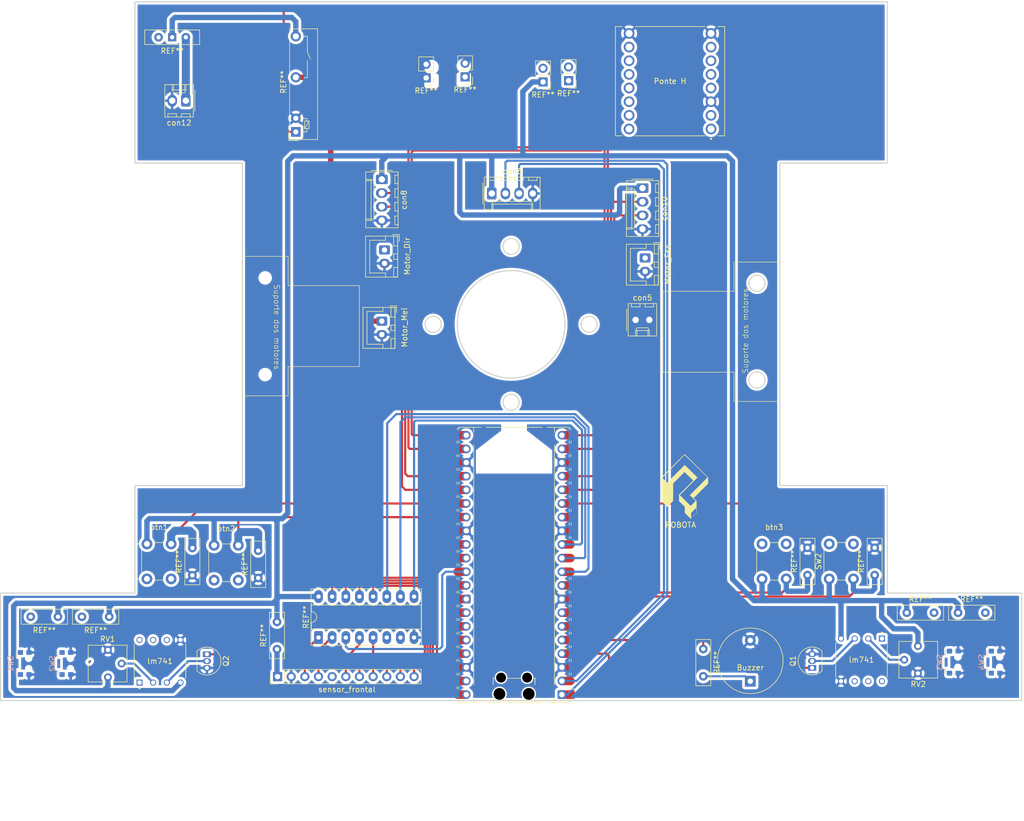
<source format=kicad_pcb>
(kicad_pcb (version 20241229) (generator "pcbnew") (generator_version "9.0")
  (layers (0 "F.Cu" signal) (2 "B.Cu" signal) (13 "F.Paste" user) (15 "B.Paste" user) (5 "F.SilkS" user "F.Silkscreen") (7 "B.SilkS" user "B.Silkscreen") (1 "F.Mask" user) (3 "B.Mask" user) (25 "Edge.Cuts" user))
  (net 0 "")
  (net 1 "MUX1")
  (net 2 "GND")
  (net 3 "GSDL")
  (net 4 "RGT0")
  (net 6 "ENC12")
  (net 7 "ENC22")
  (net 9 "BTN0")
  (net 11 "SLD")
  (net 12 "PWM2A")
  (net 13 "PWM1B")
  (net 16 "ENC11")
  (net 19 "MUX4")
  (net 20 "BTN2")
  (net 21 "ENC21")
  (net 22 "BTN1")
  (net 23 "BTN3")
  (net 24 "SLE")
  (net 25 "PWM1A")
  (net 26 "GSDA")
  (net 27 "MUX0")
  (net 29 "BZR")
  (net 30 "Motor3")
  (net 31 "MUX2")
  (net 32 "PWM2B")
  (net 33 "+3V3")
  (net 34 "+12V")
  (net 35 "Net-(Q1-B)")
  (net 36 "Net-(Q2-B)")
  (net 37 "Net-(U7--)")
  (net 38 "Net-(U8--)")
  (net 39 "BNT1")
  (net 40 "Net-(con1-Pin_2)")
  (net 41 "Net-(U6-OUT3)")
  (net 42 "Net-(U6-OUT4)")
  (footprint "Connector_PinHeader_2.54mm:PinHeader_1x11_P2.54mm_Vertical" (layer "F.Cu") (at 369.6 162.39 90)
    (property "Reference" "sensor_frontal1" (hide yes))
    (property "Value" "Conn_01x11_Socket" (hide yes))
    (fp_text user "sensor_frontal" (at -2.3876 12.9032 0) (layer "F.SilkS"))
    (pad "1" thru_hole rect (at 0 0 90) (size 1.7 1.7) (drill 1) (layers "*.Cu" "*.Mask") (net 33 "+3V3"))
    (pad "2" thru_hole oval (at 0 2.54 90) (size 1.7 1.7) (drill 1) (layers "*.Cu" "*.Mask") (net 2 "GND"))
    (pad "3" thru_hole oval (at 0 5.08 90) (size 1.7 1.7) (drill 1) (layers "*.Cu" "*.Mask"))
    (pad "4" thru_hole oval (at 0 7.62 90) (size 1.7 1.7) (drill 1) (layers "*.Cu" "*.Mask"))
    (pad "5" thru_hole oval (at 0 10.16 90) (size 1.7 1.7) (drill 1) (layers "*.Cu" "*.Mask"))
    (pad "6" thru_hole oval (at 0 12.7 90) (size 1.7 1.7) (drill 1) (layers "*.Cu" "*.Mask"))
    (pad "7" thru_hole oval (at 0 15.24 90) (size 1.7 1.7) (drill 1) (layers "*.Cu" "*.Mask"))
    (pad "8" thru_hole oval (at 0 17.78 90) (size 1.7 1.7) (drill 1) (layers "*.Cu" "*.Mask"))
    (pad "9" thru_hole oval (at 0 20.32 90) (size 1.7 1.7) (drill 1) (layers "*.Cu" "*.Mask"))
    (pad "10" thru_hole oval (at 0 22.86 90) (size 1.7 1.7) (drill 1) (layers "*.Cu" "*.Mask"))
    (pad "11" thru_hole oval (at 0 25.4 90) (size 1.7 1.7) (drill 1) (layers "*.Cu" "*.Mask"))
  )
  (footprint "Button_Switch_THT:SW_PUSH_6mm" (layer "F.Cu") (at 357.8 144.45 90)
    (property "Reference" "SW2" (hide yes))
    (property "Value" "btn2" (at 9.6 2.25 0) (layer "F.SilkS"))
    (pad "1" thru_hole circle (at 0 0 180) (size 2 2) (drill 1.1) (layers "*.Cu" "*.Mask"))
    (pad "1" thru_hole circle (at 6.5 0 180) (size 2 2) (drill 1.1) (layers "*.Cu" "*.Mask") (net 33 "+3V3"))
    (pad "2" thru_hole circle (at 0 4.5 180) (size 2 2) (drill 1.1) (layers "*.Cu" "*.Mask"))
    (pad "2" thru_hole circle (at 6.5 4.5 180) (size 2 2) (drill 1.1) (layers "*.Cu" "*.Mask") (net 20 "BTN2"))
  )
  (footprint "Button_Switch_THT:SW_PUSH_6mm" (layer "F.Cu") (at 345.3 144.2 90)
    (property "Reference" "SW2" (hide yes))
    (property "Value" "btn1" (at 9.6 2.25 0) (layer "F.SilkS"))
    (pad "1" thru_hole circle (at 6.5 0 180) (size 2 2) (drill 1.1) (layers "*.Cu" "*.Mask") (net 33 "+3V3"))
    (pad "2" thru_hole circle (at 0 0 180) (size 2 2) (drill 1.1) (layers "*.Cu" "*.Mask"))
    (pad "3" thru_hole circle (at 6.5 4.5 180) (size 2 2) (drill 1.1) (layers "*.Cu" "*.Mask") (net 23 "BTN3"))
    (pad "4" thru_hole circle (at 0 4.5 180) (size 2 2) (drill 1.1) (layers "*.Cu" "*.Mask"))
  )
  (footprint "Connector_PinHeader_2.54mm:PinHeader_1x02_P2.54mm_Vertical" (layer "F.Cu") (at 423.75 51.5 180)
    (property "Reference" "REF**" (at 0 -2.38 0) (layer "F.SilkS"))
    (property "Value" "PinHeader_1x02_P2.54mm_Vertical" (hide yes))
    (pad "1" thru_hole rect (at 0 0 180) (size 1.7 1.7) (drill 1) (layers "*.Cu" "*.Mask"))
    (pad "2" thru_hole circle (at 0 2.54 180) (size 1.7 1.7) (drill 1) (layers "*.Cu" "*.Mask"))
  )
  (footprint "LM741:DIP794W45P254L959H508Q8" (layer "F.Cu") (at 347.73 159.53 90)
    (property "Reference" "U9" (hide yes))
    (property "Value" "lm741" (at 0 0 180) (layer "F.SilkS"))
    (pad "1" thru_hole rect (at -3.97 -3.81 90) (size 1.13 1.13) (drill 0.78) (layers "*.Cu" "*.Mask"))
    (pad "2" thru_hole circle (at -3.97 -1.27 90) (size 1.13 1.13) (drill 0.78) (layers "*.Cu" "*.Mask") (net 37 "Net-(U7--)"))
    (pad "3" thru_hole circle (at -3.97 1.27 90) (size 1.13 1.13) (drill 0.78) (layers "*.Cu" "*.Mask") (net 36 "Net-(Q2-B)"))
    (pad "4" thru_hole circle (at -3.97 3.81 90) (size 1.13 1.13) (drill 0.78) (layers "*.Cu" "*.Mask") (net 33 "+3V3"))
    (pad "5" thru_hole circle (at 3.97 3.81 90) (size 1.13 1.13) (drill 0.78) (layers "*.Cu" "*.Mask") (net 2 "GND"))
    (pad "6" thru_hole circle (at 3.97 1.27 90) (size 1.13 1.13) (drill 0.78) (layers "*.Cu" "*.Mask"))
    (pad "7" thru_hole circle (at 3.97 -1.27 90) (size 1.13 1.13) (drill 0.78) (layers "*.Cu" "*.Mask"))
    (pad "8" thru_hole circle (at 3.97 -3.81 90) (size 1.13 1.13) (drill 0.78) (layers "*.Cu" "*.Mask"))
  )
  (footprint "Connector_JST:JST_XH_B2B-XH-A_1x02_P2.50mm_Vertical" (layer "F.Cu") (at 438 84.5 -90)
    (property "Reference" "con4" (hide yes))
    (property "Value" "MOTOR2" (hide yes))
    (fp_text user "Motor_Esc" (at 1.1738 -4.2248 90) (layer "F.SilkS"))
    (pad "1" thru_hole roundrect (at 0 0 270) (size 1.7 2) (drill 1) (layers "*.Cu" "*.Mask") (roundrect_rratio 0.1470588235))
    (pad "2" thru_hole oval (at 2.5 0 270) (size 1.7 2) (drill 1) (layers "*.Cu" "*.Mask"))
  )
  (footprint "Connector_Molex:Molex_KK-254_AE-6410-04A_1x04_P2.54mm_Vertical" (layer "F.Cu") (at 437.5 71.5 -90)
    (property "Reference" "con10" (at 3.81 -4.12 90) (layer "F.SilkS"))
    (property "Value" "ENC2")
    (pad "1" thru_hole roundrect (at 0 0 270) (size 1.74 2.19) (drill 1.19) (layers "*.Cu" "*.Mask") (roundrect_rratio 0.143678) (net 33 "+3V3"))
    (pad "2" thru_hole oval (at 2.54 0 270) (size 1.74 2.19) (drill 1.19) (layers "*.Cu" "*.Mask") (net 21 "ENC21"))
    (pad "3" thru_hole oval (at 5.08 0 270) (size 1.74 2.19) (drill 1.19) (layers "*.Cu" "*.Mask") (net 7 "ENC22"))
    (pad "4" thru_hole oval (at 7.62 0 270) (size 1.74 2.19) (drill 1.19) (layers "*.Cu" "*.Mask") (net 2 "GND"))
  )
  (footprint "Resistor_THT:R_Box_L8.4mm_W2.5mm_P5.08mm" (layer "F.Cu") (at 366 144.035 90)
    (property "Reference" "REF**" (at 2.54 -2.52 90) (layer "F.SilkS"))
    (property "Value" "R_Box_L8.4mm_W2.5mm_P5.08mm" (hide yes))
    (pad "1" thru_hole circle (at 0 0 90) (size 1.6 1.6) (drill 0.8) (layers "*.Cu" "*.Mask") (net 2 "GND"))
    (pad "2" thru_hole circle (at 5.08 0 90) (size 1.6 1.6) (drill 0.8) (layers "*.Cu" "*.Mask") (net 20 "BTN2"))
  )
  (footprint "Button_Switch_THT:SW_PUSH_6mm" (layer "F.Cu") (at 472.25 144.2 90)
    (property "Reference" "SW2" (at 3.25 -2 90) (layer "F.SilkS"))
    (property "Value" "btn4" (hide yes))
    (pad "1" thru_hole circle (at 0 0 180) (size 2 2) (drill 1.1) (layers "*.Cu" "*.Mask") (net 33 "+3V3"))
    (pad "1" thru_hole circle (at 6.5 0 180) (size 2 2) (drill 1.1) (layers "*.Cu" "*.Mask"))
    (pad "2" thru_hole circle (at 0 4.5 180) (size 2 2) (drill 1.1) (layers "*.Cu" "*.Mask") (net 9 "BTN0"))
    (pad "2" thru_hole circle (at 6.5 4.5 180) (size 2 2) (drill 1.1) (layers "*.Cu" "*.Mask"))
  )
  (footprint "robota:logo" (layer "F.Cu") (at 447 127)
    (property "Reference" "G***" (hide yes))
    (property "Value" "LOGO" (hide yes))
  )
  (footprint "Connector_JST:JST_XH_B2B-XH-A_1x02_P2.50mm_Vertical" (layer "F.Cu") (at 389 96.25 -90)
    (property "Reference" "cont11" (hide yes))
    (property "Value" "MOTOR3" (hide yes))
    (fp_text user "Motor_Mei" (at 1.1738 -4.2248 90) (layer "F.SilkS"))
    (pad "1" thru_hole roundrect (at 0 0 270) (size 1.7 2) (drill 1) (layers "*.Cu" "*.Mask") (roundrect_rratio 0.1470588235) (net 40 "Net-(con1-Pin_2)"))
    (pad "2" thru_hole oval (at 2.5 0 270) (size 1.7 2) (drill 1) (layers "*.Cu" "*.Mask") (net 2 "GND"))
  )
  (footprint "Connector_Molex:Molex_KK-254_AE-6410-04A_1x04_P2.54mm_Vertical" (layer "F.Cu") (at 389 69.88 -90)
    (property "Reference" "con8" (at 3.81 -4.12 90) (layer "F.SilkS"))
    (property "Value" "ENC1")
    (pad "1" thru_hole roundrect (at 0 0 270) (size 1.74 2.19) (drill 1.19) (layers "*.Cu" "*.Mask") (roundrect_rratio 0.143678) (net 33 "+3V3"))
    (pad "2" thru_hole oval (at 2.54 0 270) (size 1.74 2.19) (drill 1.19) (layers "*.Cu" "*.Mask") (net 16 "ENC11"))
    (pad "3" thru_hole oval (at 5.08 0 270) (size 1.74 2.19) (drill 1.19) (layers "*.Cu" "*.Mask") (net 6 "ENC12"))
    (pad "4" thru_hole oval (at 7.62 0 270) (size 1.74 2.19) (drill 1.19) (layers "*.Cu" "*.Mask") (net 2 "GND"))
  )
  (footprint "Resistor_THT:R_Box_L8.4mm_W2.5mm_P5.08mm" (layer "F.Cu") (at 448.81 157.25 -90)
    (property "Reference" "REF**" (at 2.54 -2.52 90) (layer "F.SilkS"))
    (property "Value" "R_Box_L8.4mm_W2.5mm_P5.08mm" (hide yes))
    (pad "1" thru_hole circle (at 0 0 270) (size 1.6 1.6) (drill 0.8) (layers "*.Cu" "*.Mask") (net 29 "BZR"))
    (pad "2" thru_hole circle (at 5.08 0 270) (size 1.6 1.6) (drill 0.8) (layers "*.Cu" "*.Mask") (net 29 "BZR"))
  )
  (footprint "Resistor_THT:R_Box_L8.4mm_W2.5mm_P5.08mm" (layer "F.Cu") (at 496.215 150.5)
    (property "Reference" "REF**" (at 2.54 -2.52 0) (layer "F.SilkS"))
    (property "Value" "R_Box_L8.4mm_W2.5mm_P5.08mm" (hide yes))
    (pad "1" thru_hole circle (at 0 0) (size 1.6 1.6) (drill 0.8) (layers "*.Cu" "*.Mask") (net 33 "+3V3"))
    (pad "2" thru_hole circle (at 5.08 0) (size 1.6 1.6) (drill 0.8) (layers "*.Cu" "*.Mask"))
  )
  (footprint "Connector_PinHeader_2.54mm:PinHeader_1x02_P2.54mm_Vertical" (layer "F.Cu") (at 419 51.75 180)
    (property "Reference" "REF**" (at 0 -2.38 0) (layer "F.SilkS"))
    (property "Value" "PinHeader_1x02_P2.54mm_Vertical" (hide yes))
    (pad "1" thru_hole rect (at 0 0 180) (size 1.7 1.7) (drill 1) (layers "*.Cu" "*.Mask") (net 33 "+3V3"))
    (pad "2" thru_hole circle (at 0 2.54 180) (size 1.7 1.7) (drill 1) (layers "*.Cu" "*.Mask"))
  )
  (footprint "motor:suporte" (layer "F.Cu") (at 367.3 97.2 -90)
    (property "Reference" "Suporte dos motores" (at 0.1524 -2.1524 270) (layer "F.SilkS") (effects (font (thickness 0.1))))
    (property "Value" "suporte" (hide yes))
    (pad "" np_thru_hole circle (at -9 0 270) (size 2 2) (drill 2) (layers "*.Cu" "*.Mask"))
    (pad "" np_thru_hole circle (at 9 0 270) (size 2 2) (drill 2) (layers "*.Cu" "*.Mask"))
  )
  (footprint "Button_Switch_THT:SW_Slide-03_Wuerth-WS-SLTV_10x2.5x6.4_P2.54mm" (layer "F.Cu") (at 350 43.43 180)
    (property "Reference" "REF**" (at 0 -2.54 0) (layer "F.SilkS"))
    (property "Value" "SW_Slide-03_Wuerth-WS-SLTV_10x2.5x6.4_P2.54mm" (hide yes))
    (pad "1" thru_hole rect (at 0 0 180) (size 1.5 1.5) (drill 0.8) (layers "*.Cu" "*.Mask"))
    (pad "2" thru_hole circle (at -2.54 0 180) (size 1.6 1.6) (drill 0.8) (layers "*.Cu" "*.Mask") (net 34 "+12V"))
    (pad "3" thru_hole circle (at 2.54 0 180) (size 1.6 1.6) (drill 0.8) (layers "*.Cu" "*.Mask"))
  )
  (footprint "Buzzer_Beeper:Buzzer_12x9.5RM7.6" (layer "F.Cu") (at 457.56 163.25 90)
    (property "Reference" "BZ1" (hide yes))
    (property "Value" "Buzzer" (at 2.53 0 0) (layer "F.SilkS"))
    (pad "1" thru_hole rect (at 0 0 90) (size 2 2) (drill 1) (layers "*.Cu" "*.Mask") (net 29 "BZR"))
    (pad "2" thru_hole circle (at 7.6 0 90) (size 2 2) (drill 1) (layers "*.Cu" "*.Mask") (net 2 "GND"))
  )
  (footprint "Potentiometer_THT:Potentiometer_Vishay_T73YP_Vertical" (layer "F.Cu") (at 488.75 156.71 180)
    (property "Reference" "RV2" (at -0.06 -7.09 0) (layer "F.SilkS"))
    (property "Value" "trimpot_10k" (hide yes))
    (pad "1" thru_hole circle (at 0 0 180) (size 1.44 1.44) (drill 0.8) (layers "*.Cu" "*.Mask") (net 33 "+3V3"))
    (pad "2" thru_hole circle (at 2.54 -2.54 180) (size 1.44 1.44) (drill 0.8) (layers "*.Cu" "*.Mask") (net 38 "Net-(U8--)"))
    (pad "3" thru_hole circle (at 0 -5.08 180) (size 1.44 1.44) (drill 0.8) (layers "*.Cu" "*.Mask") (net 2 "GND"))
  )
  (footprint "Resistor_THT:R_Box_L8.4mm_W2.5mm_P5.08mm" (layer "F.Cu") (at 369.5 157.285 90)
    (property "Reference" "REF**" (at 2.54 -2.52 90) (layer "F.SilkS"))
    (property "Value" "R_Box_L8.4mm_W2.5mm_P5.08mm" (hide yes))
    (pad "1" thru_hole circle (at 0 0 90) (size 1.6 1.6) (drill 0.8) (layers "*.Cu" "*.Mask") (net 33 "+3V3"))
    (pad "2" thru_hole circle (at 5.08 0 90) (size 1.6 1.6) (drill 0.8) (layers "*.Cu" "*.Mask") (net 33 "+3V3"))
  )
  (footprint "LM741:DIP794W45P254L959H508Q8" (layer "F.Cu") (at 478.25 159.28 -90)
    (property "Reference" "U9" (hide yes))
    (property "Value" "lm741" (at 0 0 0) (layer "F.SilkS"))
    (pad "1" thru_hole rect (at -3.97 -3.81 270) (size 1.13 1.13) (drill 0.78) (layers "*.Cu" "*.Mask"))
    (pad "2" thru_hole circle (at -3.97 -1.27 270) (size 1.13 1.13) (drill 0.78) (layers "*.Cu" "*.Mask") (net 38 "Net-(U8--)"))
    (pad "3" thru_hole circle (at -3.97 1.27 270) (size 1.13 1.13) (drill 0.78) (layers "*.Cu" "*.Mask") (net 35 "Net-(Q1-B)"))
    (pad "4" thru_hole circle (at -3.97 3.81 270) (size 1.13 1.13) (drill 0.78) (layers "*.Cu" "*.Mask") (net 33 "+3V3"))
    (pad "5" thru_hole circle (at 3.97 3.81 270) (size 1.13 1.13) (drill 0.78) (layers "*.Cu" "*.Mask") (net 2 "GND"))
    (pad "6" thru_hole circle (at 3.97 1.27 270) (size 1.13 1.13) (drill 0.78) (layers "*.Cu" "*.Mask"))
    (pad "7" thru_hole circle (at 3.97 -1.27 270) (size 1.13 1.13) (drill 0.78) (layers "*.Cu" "*.Mask"))
    (pad "8" thru_hole circle (at 3.97 -3.81 270) (size 1.13 1.13) (drill 0.78) (layers "*.Cu" "*.Mask"))
  )
  (footprint "ponteH:MODULE_ROB-14450" (layer "F.Cu") (at 442.63 51.61 180)
    (property "Reference" "U6" (hide yes))
    (property "Value" "ROB-14450" (hide yes))
    (fp_text user "Ponte H" (at 0 0 0) (layer "F.SilkS"))
    (pad "1" thru_hole circle (at -7.62 -8.89 180) (size 1.98 1.98) (drill 1.32) (layers "*.Cu" "*.Mask"))
    (pad "2" thru_hole circle (at -7.62 -6.35 180) (size 1.98 1.98) (drill 1.32) (layers "*.Cu" "*.Mask"))
    (pad "3" thru_hole circle (at -7.62 -3.81 180) (size 1.98 1.98) (drill 1.32) (layers "*.Cu" "*.Mask") (net 2 "GND"))
    (pad "4" thru_hole circle (at -7.62 -1.27 180) (size 1.98 1.98) (drill 1.32) (layers "*.Cu" "*.Mask"))
    (pad "5" thru_hole circle (at -7.62 1.27 180) (size 1.98 1.98) (drill 1.32) (layers "*.Cu" "*.Mask"))
    (pad "6" thru_hole circle (at -7.62 3.81 180) (size 1.98 1.98) (drill 1.32) (layers "*.Cu" "*.Mask"))
    (pad "7" thru_hole circle (at -7.62 6.35 180) (size 1.98 1.98) (drill 1.32) (layers "*.Cu" "*.Mask"))
    (pad "8" thru_hole circle (at -7.62 8.89 180) (size 1.98 1.98) (drill 1.32) (layers "*.Cu" "*.Mask") (net 2 "GND"))
    (pad "9" thru_hole circle (at 7.62 8.89 180) (size 1.98 1.98) (drill 1.32) (layers "*.Cu" "*.Mask") (net 2 "GND"))
    (pad "10" thru_hole circle (at 7.62 6.35 180) (size 1.98 1.98) (drill 1.32) (layers "*.Cu" "*.Mask"))
    (pad "11" thru_hole circle (at 7.62 3.81 180) (size 1.98 1.98) (drill 1.32) (layers "*.Cu" "*.Mask"))
    (pad "12" thru_hole circle (at 7.62 1.27 180) (size 1.98 1.98) (drill 1.32) (layers "*.Cu" "*.Mask"))
    (pad "13" thru_hole circle (at 7.62 -1.27 180) (size 1.98 1.98) (drill 1.32) (layers "*.Cu" "*.Mask"))
    (pad "14" thru_hole circle (at 7.62 -3.81 180) (size 1.98 1.98) (drill 1.32) (layers "*.Cu" "*.Mask"))
    (pad "15" thru_hole circle (at 7.62 -6.35 180) (size 1.98 1.98) (drill 1.32) (layers "*.Cu" "*.Mask"))
    (pad "16" thru_hole circle (at 7.62 -8.89 180) (size 1.98 1.98) (drill 1.32) (layers "*.Cu" "*.Mask"))
  )
  (footprint "Module:RaspberryPi_Pico_Common_Unspecified" (layer "F.Cu") (at 413.61 141.61 180)
    (property "Reference" "A1" (hide yes))
    (property "Value" "RaspberryPi_Pico")
    (pad "" np_thru_hole circle (at -2.725 -24 180) (size 2.2 2.2) (drill 2.2) (layers "*.Mask"))
    (pad "" np_thru_hole circle (at -2.425 -20.97 180) (size 1.85 1.85) (drill 1.85) (layers "*.Mask"))
    (pad "" np_thru_hole circle (at 2.425 -20.97 180) (size 1.85 1.85) (drill 1.85) (layers "*.Mask"))
    (pad "" np_thru_hole circle (at 2.725 -24 180) (size 2.2 2.2) (drill 2.2) (layers "*.Mask"))
    (pad "1" smd custom (at -9.69 -24.13 180) (size 1.6 0.8) (layers "F.Cu" "F.Mask") (net 26 "GSDA") (options (clearance outline) (anchor rect)) (primitives (gr_circle (center 0.8 0) (end 1.6 0) (width 0) (fill yes)) (gr_poly (pts (xy -1.6 -0.6) (xy -1.6 0.6) (xy -1.4 0.8) (xy 0.8 0.8) (xy 0.8 -0.8) (xy -1.4 -0.8)) (width 0) (fill yes)) (gr_circle (center -1.4 -0.6) (end -1.2 -0.6) (width 0) (fill yes)) (gr_circle (center -1.4 0.6) (end -1.2 0.6) (width 0) (fill yes))))
    (pad "1" thru_hole roundrect (at -8.89 -24.13 180) (size 1.6 1.6) (drill 1) (layers "*.Cu" "*.Mask") (roundrect_rratio 0.125) (net 26 "GSDA"))
    (pad "2" smd roundrect (at -9.69 -21.59 180) (size 3.2 1.6) (layers "F.Cu" "F.Mask") (roundrect_rratio 0.5) (net 3 "GSDL"))
    (pad "2" thru_hole circle (at -8.89 -21.59 180) (size 1.6 1.6) (drill 1) (layers "*.Cu" "*.Mask") (net 3 "GSDL"))
    (pad "3" smd custom (at -9.69 -19.05 180) (size 1.6 0.8) (layers "F.Cu" "F.Mask") (net 2 "GND") (options (clearance outline) (anchor rect)) (primitives (gr_circle (center -0.8 0) (end 0 0) (width 0) (fill yes)) (gr_poly (pts (xy 1.6 -0.6) (xy 1.6 0.6) (xy 1.4 0.8) (xy -0.8 0.8) (xy -0.8 -0.8) (xy 1.4 -0.8)) (width 0) (fill yes)) (gr_circle (center 1.4 -0.6) (end 1.6 -0.6) (width 0) (fill yes)) (gr_circle (center 1.4 0.6) (end 1.6 0.6) (width 0) (fill yes))))
    (pad "3" thru_hole custom (at -8.89 -19.05 180) (size 1.6 1.6) (drill 1) (layers "*.Cu" "*.Mask") (net 2 "GND") (options (clearance outline) (anchor circle)) (primitives (gr_poly (pts (xy 0.8 0.6) (xy 0.8 -0.6) (xy 0.6 -0.8) (xy 0 -0.8) (xy 0 0.8) (xy 0.6 0.8)) (width 0) (fill yes)) (gr_circle (center 0.6 0.6) (end 0.8 0.6) (width 0) (fill yes)) (gr_circle (center 0.6 -0.6) (end 0.8 -0.6) (width 0) (fill yes))))
    (pad "4" smd roundrect (at -9.69 -16.51 180) (size 3.2 1.6) (layers "F.Cu" "F.Mask") (roundrect_rratio 0.5) (net 24 "SLE"))
    (pad "4" thru_hole circle (at -8.89 -16.51 180) (size 1.6 1.6) (drill 1) (layers "*.Cu" "*.Mask") (net 24 "SLE"))
    (pad "5" smd roundrect (at -9.69 -13.97 180) (size 3.2 1.6) (layers "F.Cu" "F.Mask") (roundrect_rratio 0.5) (net 29 "BZR"))
    (pad "5" thru_hole circle (at -8.89 -13.97 180) (size 1.6 1.6) (drill 1) (layers "*.Cu" "*.Mask") (net 29 "BZR"))
    (pad "6" smd roundrect (at -9.69 -11.43 180) (size 3.2 1.6) (layers "F.Cu" "F.Mask") (roundrect_rratio 0.5) (net 9 "BTN0"))
    (pad "6" thru_hole circle (at -8.89 -11.43 180) (size 1.6 1.6) (drill 1) (layers "*.Cu" "*.Mask") (net 9 "BTN0"))
    (pad "7" smd roundrect (at -9.69 -8.89 180) (size 3.2 1.6) (layers "F.Cu" "F.Mask") (roundrect_rratio 0.5) (net 22 "BTN1"))
    (pad "7" thru_hole circle (at -8.89 -8.89 180) (size 1.6 1.6) (drill 1) (layers "*.Cu" "*.Mask") (net 22 "BTN1"))
    (pad "8" smd custom (at -9.69 -6.35 180) (size 1.6 0.8) (layers "F.Cu" "F.Mask") (net 2 "GND") (options (clearance outline) (anchor rect)) (primitives (gr_circle (center -0.8 0) (end 0 0) (width 0) (fill yes)) (gr_poly (pts (xy 1.6 -0.6) (xy 1.6 0.6) (xy 1.4 0.8) (xy -0.8 0.8) (xy -0.8 -0.8) (xy 1.4 -0.8)) (width 0) (fill yes)) (gr_circle (center 1.4 -0.6) (end 1.6 -0.6) (width 0) (fill yes)) (gr_circle (center 1.4 0.6) (end 1.6 0.6) (width 0) (fill yes))))
    (pad "8" thru_hole custom (at -8.89 -6.35 180) (size 1.6 1.6) (drill 1) (layers "*.Cu" "*.Mask") (net 2 "GND") (options (clearance outline) (anchor circle)) (primitives (gr_poly (pts (xy 0.8 0.6) (xy 0.8 -0.6) (xy 0.6 -0.8) (xy 0 -0.8) (xy 0 0.8) (xy 0.6 0.8)) (width 0) (fill yes)) (gr_circle (center 0.6 0.6) (end 0.8 0.6) (width 0) (fill yes)) (gr_circle (center 0.6 -0.6) (end 0.8 -0.6) (width 0) (fill yes))))
    (pad "9" smd roundrect (at -9.69 -3.81 180) (size 3.2 1.6) (layers "F.Cu" "F.Mask") (roundrect_rratio 0.5))
    (pad "9" thru_hole circle (at -8.89 -3.81 180) (size 1.6 1.6) (drill 1) (layers "*.Cu" "*.Mask"))
    (pad "10" smd roundrect (at -9.69 -1.27 180) (size 3.2 1.6) (layers "F.Cu" "F.Mask") (roundrect_rratio 0.5) (net 31 "MUX2"))
    (pad "10" thru_hole circle (at -8.89 -1.27 180) (size 1.6 1.6) (drill 1) (layers "*.Cu" "*.Mask") (net 31 "MUX2"))
    (pad "11" smd roundrect (at -9.69 1.27 180) (size 3.2 1.6) (layers "F.Cu" "F.Mask") (roundrect_rratio 0.5) (net 1 "MUX1"))
    (pad "11" thru_hole circle (at -8.89 1.27 180) (size 1.6 1.6) (drill 1) (layers "*.Cu" "*.Mask") (net 1 "MUX1"))
    (pad "12" smd roundrect (at -9.69 3.81 180) (size 3.2 1.6) (layers "F.Cu" "F.Mask") (roundrect_rratio 0.5) (net 27 "MUX0"))
    (pad "12" thru_hole circle (at -8.89 3.81 180) (size 1.6 1.6) (drill 1) (layers "*.Cu" "*.Mask") (net 27 "MUX0"))
    (pad "13" smd custom (at -9.69 6.35 180) (size 1.6 0.8) (layers "F.Cu" "F.Mask") (net 2 "GND") (options (clearance outline) (anchor rect)) (primitives (gr_circle (center -0.8 0) (end 0 0) (width 0) (fill yes)) (gr_poly (pts (xy 1.6 -0.6) (xy 1.6 0.6) (xy 1.4 0.8) (xy -0.8 0.8) (xy -0.8 -0.8) (xy 1.4 -0.8)) (width 0) (fill yes)) (gr_circle (center 1.4 -0.6) (end 1.6 -0.6) (width 0) (fill yes)) (gr_circle (center 1.4 0.6) (end 1.6 0.6) (width 0) (fill yes))))
    (pad "13" thru_hole custom (at -8.89 6.35 180) (size 1.6 1.6) (drill 1) (layers "*.Cu" "*.Mask") (net 2 "GND") (options (clearance outline) (anchor circle)) (primitives (gr_poly (pts (xy 0.8 0.6) (xy 0.8 -0.6) (xy 0.6 -0.8) (xy 0 -0.8) (xy 0 0.8) (xy 0.6 0.8)) (width 0) (fill yes)) (gr_circle (center 0.6 0.6) (end 0.8 0.6) (width 0) (fill yes)) (gr_circle (center 0.6 -0.6) (end 0.8 -0.6) (width 0) (fill yes))))
    (pad "14" smd roundrect (at -9.69 8.89 180) (size 3.2 1.6) (layers "F.Cu" "F.Mask") (roundrect_rratio 0.5))
    (pad "14" thru_hole circle (at -8.89 8.89 180) (size 1.6 1.6) (drill 1) (layers "*.Cu" "*.Mask"))
    (pad "15" smd roundrect (at -9.69 11.43 180) (size 3.2 1.6) (layers "F.Cu" "F.Mask") (roundrect_rratio 0.5) (net 30 "Motor3"))
    (pad "15" thru_hole circle (at -8.89 11.43 180) (size 1.6 1.6) (drill 1) (layers "*.Cu" "*.Mask") (net 30 "Motor3"))
    (pad "16" smd roundrect (at -9.69 13.97 180) (size 3.2 1.6) (layers "F.Cu" "F.Mask") (roundrect_rratio 0.5) (net 7 "ENC22"))
    (pad "16" thru_hole circle (at -8.89 13.97 180) (size 1.6 1.6) (drill 1) (layers "*.Cu" "*.Mask") (net 7 "ENC22"))
    (pad "17" smd roundrect (at -9.69 16.51 180) (size 3.2 1.6) (layers "F.Cu" "F.Mask") (roundrect_rratio 0.5) (net 21 "ENC21"))
    (pad "17" thru_hole circle (at -8.89 16.51 180) (size 1.6 1.6) (drill 1) (layers "*.Cu" "*.Mask") (net 21 "ENC21"))
    (pad "18" smd custom (at -9.69 19.05 180) (size 1.6 0.8) (layers "F.Cu" "F.Mask") (net 2 "GND") (options (clearance outline) (anchor rect)) (primitives (gr_circle (center -0.8 0) (end 0 0) (width 0) (fill yes)) (gr_poly (pts (xy 1.6 -0.6) (xy 1.6 0.6) (xy 1.4 0.8) (xy -0.8 0.8) (xy -0.8 -0.8) (xy 1.4 -0.8)) (width 0) (fill yes)) (gr_circle (center 1.4 -0.6) (end 1.6 -0.6) (width 0) (fill yes)) (gr_circle (center 1.4 0.6) (end 1.6 0.6) (width 0) (fill yes))))
    (pad "18" thru_hole custom (at -8.89 19.05 180) (size 1.6 1.6) (drill 1) (layers "*.Cu" "*.Mask") (net 2 "GND") (options (clearance outline) (anchor circle)) (primitives (gr_poly (pts (xy 0.8 0.6) (xy 0.8 -0.6) (xy 0.6 -0.8) (xy 0 -0.8) (xy 0 0.8) (xy 0.6 0.8)) (width 0) (fill yes)) (gr_circle (center 0.6 0.6) (end 0.8 0.6) (width 0) (fill yes)) (gr_circle (center 0.6 -0.6) (end 0.8 -0.6) (width 0) (fill yes))))
    (pad "19" smd roundrect (at -9.69 21.59 180) (size 3.2 1.6) (layers "F.Cu" "F.Mask") (roundrect_rratio 0.5) (net 25 "PWM1A"))
    (pad "19" thru_hole circle (at -8.89 21.59 180) (size 1.6 1.6) (drill 1) (layers "*.Cu" "*.Mask") (net 25 "PWM1A"))
    (pad "20" smd roundrect (at -9.69 24.13 180) (size 3.2 1.6) (layers "F.Cu" "F.Mask") (roundrect_rratio 0.5) (net 13 "PWM1B"))
    (pad "20" thru_hole circle (at -8.89 24.13 180) (size 1.6 1.6) (drill 1) (layers "*.Cu" "*.Mask") (net 13 "PWM1B"))
    (pad "21" thru_hole circle (at 8.89 24.13 180) (size 1.6 1.6) (drill 1) (layers "*.Cu" "*.Mask") (net 12 "PWM2A"))
    (pad "21" smd roundrect (at 9.69 24.13 180) (size 3.2 1.6) (layers "F.Cu" "F.Mask") (roundrect_rratio 0.5) (net 12 "PWM2A"))
    (pad "22" thru_hole circle (at 8.89 21.59 180) (size 1.6 1.6) (drill 1) (layers "*.Cu" "*.Mask") (net 32 "PWM2B"))
    (pad "22" smd roundrect (at 9.69 21.59 180) (size 3.2 1.6) (layers "F.Cu" "F.Mask") (roundrect_rratio 0.5) (net 32 "PWM2B"))
    (pad "23" thru_hole custom (at 8.89 19.05 180) (size 1.6 1.6) (drill 1) (layers "*.Cu" "*.Mask") (net 2 "GND") (options (clearance outline) (anchor circle)) (primitives (gr_poly (pts (xy -0.8 0.6) (xy -0.8 -0.6) (xy -0.6 -0.8) (xy 0 -0.8) (xy 0 0.8) (xy -0.6 0.8)) (width 0) (fill yes)) (gr_circle (center -0.6 0.6) (end -0.4 0.6) (width 0) (fill yes)) (gr_circle (center -0.6 -0.6) (end -0.4 -0.6) (width 0) (fill yes))))
    (pad "23" smd custom (at 9.69 19.05 180) (size 1.6 0.8) (layers "F.Cu" "F.Mask") (net 2 "GND") (options (clearance outline) (anchor rect)) (primitives (gr_circle (center 0.8 0) (end 1.6 0) (width 0) (fill yes)) (gr_poly (pts (xy -1.6 -0.6) (xy -1.6 0.6) (xy -1.4 0.8) (xy 0.8 0.8) (xy 0.8 -0.8) (xy -1.4 -0.8)) (width 0) (fill yes)) (gr_circle (center -1.4 -0.6) (end -1.2 -0.6) (width 0) (fill yes)) (gr_circle (center -1.4 0.6) (end -1.2 0.6) (width 0) (fill yes))))
    (pad "24" thru_hole circle (at 8.89 16.51 180) (size 1.6 1.6) (drill 1) (layers "*.Cu" "*.Mask") (net 16 "ENC11"))
    (pad "24" smd roundrect (at 9.69 16.51 180) (size 3.2 1.6) (layers "F.Cu" "F.Mask") (roundrect_rratio 0.5) (net 16 "ENC11"))
    (pad "25" thru_hole circle (at 8.89 13.97 180) (size 1.6 1.6) (drill 1) (layers "*.Cu" "*.Mask") (net 6 "ENC12"))
    (pad "25" smd roundrect (at 9.69 13.97 180) (size 3.2 1.6) (layers "F.Cu" "F.Mask") (roundrect_rratio 0.5) (net 6 "ENC12"))
    (pad "26" thru_hole circle (at 8.89 11.43 180) (size 1.6 1.6) (drill 1) (layers "*.Cu" "*.Mask") (net 23 "BTN3"))
    (pad "26" smd roundrect (at 9.69 11.43 180) (size 3.2 1.6) (layers "F.Cu" "F.Mask") (roundrect_rratio 0.5) (net 23 "BTN3"))
    (pad "27" thru_hole circle (at 8.89 8.89 180) (size 1.6 1.6) (drill 1) (layers "*.Cu" "*.Mask") (net 20 "BTN2"))
    (pad "27" smd roundrect (at 9.69 8.89 180) (size 3.2 1.6) (layers "F.Cu" "F.Mask") (roundrect_rratio 0.5) (net 20 "BTN2"))
    (pad "28" thru_hole custom (at 8.89 6.35 180) (size 1.6 1.6) (drill 1) (layers "*.Cu" "*.Mask") (net 2 "GND") (options (clearance outline) (anchor circle)) (primitives (gr_poly (pts (xy -0.8 0.6) (xy -0.8 -0.6) (xy -0.6 -0.8) (xy 0 -0.8) (xy 0 0.8) (xy -0.6 0.8)) (width 0) (fill yes)) (gr_circle (center -0.6 0.6) (end -0.4 0.6) (width 0) (fill yes)) (gr_circle (center -0.6 -0.6) (end -0.4 -0.6) (width 0) (fill yes))))
    (pad "28" smd custom (at 9.69 6.35 180) (size 1.6 0.8) (layers "F.Cu" "F.Mask") (net 2 "GND") (options (clearance outline) (anchor rect)) (primitives (gr_circle (center 0.8 0) (end 1.6 0) (width 0) (fill yes)) (gr_poly (pts (xy -1.6 -0.6) (xy -1.6 0.6) (xy -1.4 0.8) (xy 0.8 0.8) (xy 0.8 -0.8) (xy -1.4 -0.8)) (width 0) (fill yes)) (gr_circle (center -1.4 -0.6) (end -1.2 -0.6) (width 0) (fill yes)) (gr_circle (center -1.4 0.6) (end -1.2 0.6) (width 0) (fill yes))))
    (pad "29" thru_hole circle (at 8.89 3.81 180) (size 1.6 1.6) (drill 1) (layers "*.Cu" "*.Mask") (net 11 "SLD"))
    (pad "29" smd roundrect (at 9.69 3.81 180) (size 3.2 1.6) (layers "F.Cu" "F.Mask") (roundrect_rratio 0.5) (net 11 "SLD"))
    (pad "30" thru_hole circle (at 8.89 1.27 180) (size 1.6 1.6) (drill 1) (layers "*.Cu" "*.Mask"))
    (pad "30" smd roundrect (at 9.69 1.27 180) (size 3.2 1.6) (layers "F.Cu" "F.Mask") (roundrect_rratio 0.5))
    (pad "31" thru_hole circle (at 8.89 -1.27 180) (size 1.6 1.6) (drill 1) (layers "*.Cu" "*.Mask") (net 19 "MUX4"))
    (pad "31" smd roundrect (at 9.69 -1.27 180) (size 3.2 1.6) (layers "F.Cu" "F.Mask") (roundrect_rratio 0.5) (net 19 "MUX4"))
    (pad "32" thru_hole circle (at 8.89 -3.81 180) (size 1.6 1.6) (drill 1) (layers "*.Cu" "*.Mask"))
    (pad "32" smd roundrect (at 9.69 -3.81 180) (size 3.2 1.6) (layers "F.Cu" "F.Mask") (roundrect_rratio 0.5))
    (pad "33" thru_hole custom (at 8.89 -6.35 180) (size 1.6 1.6) (drill 1) (layers "*.Cu" "*.Mask") (options (clearance outline) (anchor circle)) (primitives (gr_poly (pts (xy -0.8 0.6) (xy -0.8 -0.6) (xy -0.6 -0.8) (xy 0 -0.8) (xy 0 0.8) (xy -0.6 0.8)) (width 0) (fill yes)) (gr_circle (center -0.6 0.6) (end -0.4 0.6) (width 0) (fill yes)) (gr_circle (center -0.6 -0.6) (end -0.4 -0.6) (width 0) (fill yes))))
    (pad "33" smd custom (at 9.69 -6.35 180) (size 1.6 0.8) (layers "F.Cu" "F.Mask") (options (clearance outline) (anchor rect)) (primitives (gr_circle (center 0.8 0) (end 1.6 0) (width 0) (fill yes)) (gr_poly (pts (xy -1.6 -0.6) (xy -1.6 0.6) (xy -1.4 0.8) (xy 0.8 0.8) (xy 0.8 -0.8) (xy -1.4 -0.8)) (width 0) (fill yes)) (gr_circle (center -1.4 -0.6) (end -1.2 -0.6) (width 0) (fill yes)) (gr_circle (center -1.4 0.6) (end -1.2 0.6) (width 0) (fill yes))))
    (pad "34" thru_hole circle (at 8.89 -8.89 180) (size 1.6 1.6) (drill 1) (layers "*.Cu" "*.Mask"))
    (pad "34" smd roundrect (at 9.69 -8.89 180) (size 3.2 1.6) (layers "F.Cu" "F.Mask") (roundrect_rratio 0.5))
    (pad "35" thru_hole circle (at 8.89 -11.43 180) (size 1.6 1.6) (drill 1) (layers "*.Cu" "*.Mask"))
    (pad "35" smd roundrect (at 9.69 -11.43 180) (size 3.2 1.6) (layers "F.Cu" "F.Mask") (roundrect_rratio 0.5))
    (pad "36" thru_hole circle (at 8.89 -13.97 180) (size 1.6 1.6) (drill 1) (layers "*.Cu" "*.Mask"))
    (pad "36" smd roundrect (at 9.69 -13.97 180) (size 3.2 1.6) (layers "F.Cu" "F.Mask") (roundrect_rratio 0.5))
    (pad "37" thru_hole circle (at 8.89 -16.51 180) (size 1.6 1.6) (drill 1) (layers "*.Cu" "*.Mask"))
    (pad "37" smd roundrect (at 9.69 -16.51 180) (size 3.2 1.6) (layers "F.Cu" "F.Mask") (roundrect_rratio 0.5))
    (pad "38" thru_hole custom (at 8.89 -19.05 180) (size 1.6 1.6) (drill 1) (layers "*.Cu" "*.Mask") (net 2 "GND") (options (clearance outline) (anchor circle)) (primitives (gr_poly (pts (xy -0.8 0.6) (xy -0.8 -0.6) (xy -0.6 -0.8) (xy 0 -0.8) (xy 0 0.8) (xy -0.6 0.8)) (width 0) (fill yes)) (gr_circle (center -0.6 0.6) (end -0.4 0.6) (width 0) (fill yes)) (gr_circle (center -0.6 -0.6) (end -0.4 -0.6) (width 0) (fill yes))))
    (pad "38" smd custom (at 9.69 -19.05 180) (size 1.6 0.8) (layers "F.Cu" "F.Mask") (net 2 "GND") (options (clearance outline) (anchor rect)) (primitives (gr_circle (center 0.8 0) (end 1.6 0) (width 0) (fill yes)) (gr_poly (pts (xy -1.6 -0.6) (xy -1.6 0.6) (xy -1.4 0.8) (xy 0.8 0.8) (xy 0.8 -0.8) (xy -1.4 -0.8)) (width 0) (fill yes)) (gr_circle (center -1.4 -0.6) (end -1.2 -0.6) (width 0) (fill yes)) (gr_circle (center -1.4 0.6) (end -1.2 0.6) (width 0) (fill yes))))
    (pad "39" thru_hole circle (at 8.89 -21.59 180) (size 1.6 1.6) (drill 1) (layers "*.Cu" "*.Mask") (net 4 "RGT0"))
    (pad "39" smd roundrect (at 9.69 -21.59 180) (size 3.2 1.6) (layers "F.Cu" "F.Mask") (roundrect_rratio 0.5) (net 4 "RGT0"))
    (pad "40" thru_hole circle (at 8.89 -24.13 180) (size 1.6 1.6) (drill 1) (layers "*.Cu" "*.Mask"))
    (pad "40" smd roundrect (at 9.69 -24.13 180) (size 3.2 1.6) (layers "F.Cu" "F.Mask") (roundrect_rratio 0.5))
    (zone (net 0) (net_name "") (layers "F.Cu" "B.Cu" "F.Paste" "B.Paste") (name "Antenna Copper Keep Out") (connect_pads (clearance 0)) (min_thickness 0.254)
      (keepout (tracks not_allowed) (vias not_allowed) (pads not_allowed) (copperpour not_allowed) (footprints allowed))
      (fill (thermal_gap 0.508) (thermal_bridge_width 0.508))
      (polygon (pts (xy 416.01 116.620105) (xy 420.71 120.270105) (xy 420.71 124.61) (xy 406.51 124.61) (xy 406.51 120.270105) (xy 411.21 116.620105) (xy 411.21 115.61) (xy 416.01 115.61)))
    )
  )
  (footprint "Package_DIP:DIP-16_W7.62mm_Socket_LongPads" (layer "F.Cu") (at 377.22 155.12 90)
    (property "Reference" "REF**" (at 3.81 -2.33 90) (layer "F.SilkS"))
    (property "Value" "DIP-16_W7.62mm_Socket_LongPads" (hide yes))
    (pad "1" thru_hole roundrect (at 0 0 90) (size 2.4 1.6) (drill 0.8) (layers "*.Cu" "*.Mask") (roundrect_rratio 0.15625))
    (pad "2" thru_hole oval (at 0 2.54 90) (size 2.4 1.6) (drill 0.8) (layers "*.Cu" "*.Mask"))
    (pad "3" thru_hole oval (at 0 5.08 90) (size 2.4 1.6) (drill 0.8) (layers "*.Cu" "*.Mask") (net 19 "MUX4"))
    (pad "4" thru_hole oval (at 0 7.62 90) (size 2.4 1.6) (drill 0.8) (layers "*.Cu" "*.Mask"))
    (pad "5" thru_hole oval (at 0 10.16 90) (size 2.4 1.6) (drill 0.8) (layers "*.Cu" "*.Mask"))
    (pad "6" thru_hole oval (at 0 12.7 90) (size 2.4 1.6) (drill 0.8) (layers "*.Cu" "*.Mask"))
    (pad "7" thru_hole oval (at 0 15.24 90) (size 2.4 1.6) (drill 0.8) (layers "*.Cu" "*.Mask"))
    (pad "8" thru_hole oval (at 0 17.78 90) (size 2.4 1.6) (drill 0.8) (layers "*.Cu" "*.Mask") (net 2 "GND"))
    (pad "9" thru_hole oval (at 7.62 17.78 90) (size 2.4 1.6) (drill 0.8) (layers "*.Cu" "*.Mask") (net 27 "MUX0"))
    (pad "10" thru_hole oval (at 7.62 15.24 90) (size 2.4 1.6) (drill 0.8) (layers "*.Cu" "*.Mask") (net 1 "MUX1"))
    (pad "11" thru_hole oval (at 7.62 12.7 90) (size 2.4 1.6) (drill 0.8) (layers "*.Cu" "*.Mask") (net 31 "MUX2"))
    (pad "12" thru_hole oval (at 7.62 10.16 90) (size 2.4 1.6) (drill 0.8) (layers "*.Cu" "*.Mask"))
    (pad "13" thru_hole oval (at 7.62 7.62 90) (size 2.4 1.6) (drill 0.8) (layers "*.Cu" "*.Mask"))
    (pad "14" thru_hole oval (at 7.62 5.08 90) (size 2.4 1.6) (drill 0.8) (layers "*.Cu" "*.Mask"))
    (pad "15" thru_hole oval (at 7.62 2.54 90) (size 2.4 1.6) (drill 0.8) (layers "*.Cu" "*.Mask"))
    (pad "16" thru_hole oval (at 7.62 0 90) (size 2.4 1.6) (drill 0.8) (layers "*.Cu" "*.Mask") (net 33 "+3V3"))
  )
  (footprint "Resistor_THT:R_Box_L8.4mm_W2.5mm_P5.08mm" (layer "F.Cu") (at 353.75 143.535 90)
    (property "Reference" "REF**" (at 2.54 -2.52 90) (layer "F.SilkS"))
    (property "Value" "R_Box_L8.4mm_W2.5mm_P5.08mm" (hide yes))
    (pad "1" thru_hole circle (at 0 0 90) (size 1.6 1.6) (drill 0.8) (layers "*.Cu" "*.Mask") (net 2 "GND"))
    (pad "2" thru_hole circle (at 5.08 0 90) (size 1.6 1.6) (drill 0.8) (layers "*.Cu" "*.Mask") (net 23 "BTN3"))
  )
  (footprint "Relay_THT:Relay_SPST_TE_PCN-1xxD3MHZ" (layer "F.Cu") (at 373 61.04 90)
    (property "Reference" "REF**" (at 9.28 -2.3 90) (layer "F.SilkS"))
    (property "Value" "Relay_SPST_TE_PCN-1xxD3MHZ" (hide yes))
    (pad "1" thru_hole rect (at 0 0 90) (size 1.778 1.778) (drill 0.95) (layers "*.Cu" "*.Mask") (net 30 "Motor3"))
    (pad "2" thru_hole circle (at 2.54 0 90) (size 1.778 1.778) (drill 0.95) (layers "*.Cu" "*.Mask") (net 2 "GND"))
    (pad "3" thru_hole circle (at 10.16 0 90) (size 1.9 1.9) (drill 1.15) (layers "*.Cu" "*.Mask") (net 40 "Net-(con1-Pin_2)"))
    (pad "4" thru_hole circle (at 17.78 0 90) (size 1.9 1.9) (drill 1.15) (layers "*.Cu" "*.Mask"))
  )
  (footprint "Connector_PinHeader_2.54mm:PinHeader_1x02_P2.54mm_Vertical" (layer "F.Cu") (at 397.25 51 180)
    (property "Reference" "REF**" (at 0 -2.38 0) (layer "F.SilkS"))
    (property "Value" "PinHeader_1x02_P2.54mm_Vertical" (hide yes))
    (pad "1" thru_hole rect (at 0 0 180) (size 1.7 1.7) (drill 1) (layers "*.Cu" "*.Mask"))
    (pad "2" thru_hole circle (at 0 2.54 180) (size 1.7 1.7) (drill 1) (layers "*.Cu" "*.Mask"))
  )
  (footprint "Connector_Molex:Molex_KK-254_AE-6410-02A_1x02_P2.54mm_Vertical" (layer "F.Cu") (at 352.54 55.23 180)
    (property "Reference" "con12" (at 1.27 -4.12 0) (layer "F.SilkS"))
    (property "Value" "Bateria")
    (pad "1" thru_hole roundrect (at 0 0 180) (size 1.74 2.19) (drill 1.19) (layers "*.Cu" "*.Mask") (roundrect_rratio 0.143678) (net 34 "+12V"))
    (pad "2" thru_hole oval (at 2.54 0 180) (size 1.74 2.19) (drill 1.19) (layers "*.Cu" "*.Mask") (net 2 "GND"))
  )
  (footprint "Connector_JST:JST_XH_B2B-XH-A_1x02_P2.50mm_Vertical" (layer "F.Cu") (at 389.5 83 -90)
    (property "Reference" "Motor_direito1" (hide yes))
    (property "Value" "Conn_01x02_Socket" (hide yes))
    (fp_text user "Motor_Dir" (at 1.1738 -4.2248 90) (layer "F.SilkS"))
    (pad "1" thru_hole roundrect (at 0 0 270) (size 1.7 2) (drill 1) (layers "*.Cu" "*.Mask") (roundrect_rratio 0.1470588235))
    (pad "2" thru_hole oval (at 2.5 0 270) (size 1.7 2) (drill 1) (layers "*.Cu" "*.Mask"))
  )
  (footprint "Resistor_THT:R_Box_L8.4mm_W2.5mm_P5.08mm" (layer "F.Cu") (at 468.2 143.5 90)
    (property "Reference" "REF**" (at 2.54 -2.52 90) (layer "F.SilkS"))
    (property "Value" "R_Box_L8.4mm_W2.5mm_P5.08mm" (hide yes))
    (pad "1" thru_hole circle (at 0 0 90) (size 1.6 1.6) (drill 0.8) (layers "*.Cu" "*.Mask"))
    (pad "2" thru_hole circle (at 5.08 0 90) (size 1.6 1.6) (drill 0.8) (layers "*.Cu" "*.Mask") (net 2 "GND"))
  )
  (footprint "Connector_PinHeader_2.54mm:PinHeader_1x02_P2.54mm_Vertical" (layer "F.Cu") (at 404.5 50.805 180)
    (property "Reference" "REF**" (at 0 -2.38 0) (layer "F.SilkS"))
    (property "Value" "PinHeader_1x02_P2.54mm_Vertical" (hide yes))
    (pad "1" thru_hole rect (at 0 0 180) (size 1.7 1.7) (drill 1) (layers "*.Cu" "*.Mask"))
    (pad "2" thru_hole circle (at 0 2.54 180) (size 1.7 1.7) (drill 1) (layers "*.Cu" "*.Mask"))
  )
  (footprint "Connector_Molex:Molex_KK-254_AE-6410-02A_1x02_P2.54mm_Vertical" (layer "F.Cu") (at 436.225 96.02)
    (property "Reference" "con5" (at 1.27 -4.12 0) (layer "F.SilkS"))
    (property "Value" "MOTOR1")
    (pad "1" thru_hole roundrect (at 0 0) (size 1.74 2.19) (drill 1.19) (layers "*.Cu" "*.Mask") (roundrect_rratio 0.143678) (net 41 "Net-(U6-OUT3)"))
    (pad "2" thru_hole oval (at 2.54 0) (size 1.74 2.19) (drill 1.19) (layers "*.Cu" "*.Mask") (net 42 "Net-(U6-OUT4)"))
  )
  (footprint "Resistor_THT:R_Box_L8.4mm_W2.5mm_P5.08mm" (layer "F.Cu") (at 480.7 143.5 90)
    (property "Reference" "REF**" (at 2.54 -2.52 90) (layer "F.SilkS"))
    (property "Value" "R_Box_L8.4mm_W2.5mm_P5.08mm" (hide yes))
    (pad "1" thru_hole circle (at 0 0 90) (size 1.6 1.6) (drill 0.8) (layers "*.Cu" "*.Mask"))
    (pad "2" thru_hole circle (at 5.08 0 90) (size 1.6 1.6) (drill 0.8) (layers "*.Cu" "*.Mask") (net 2 "GND"))
  )
  (footprint "Package_TO_SOT_THT:TO-92_Inline" (layer "F.Cu") (at 356.46 158.23 -90)
    (property "Reference" "Q2" (at 1.27 -3.56 90) (layer "F.SilkS"))
    (property "Value" "BC547" (hide yes))
    (pad "1" thru_hole rect (at 0 0 270) (size 1.05 1.5) (drill 0.75) (layers "*.Cu" "*.Mask") (net 11 "SLD"))
    (pad "2" thru_hole oval (at 1.27 0 270) (size 1.05 1.5) (drill 0.75) (layers "*.Cu" "*.Mask") (net 36 "Net-(Q2-B)"))
    (pad "3" thru_hole oval (at 2.54 0 270) (size 1.05 1.5) (drill 0.75) (layers "*.Cu" "*.Mask") (net 2 "GND"))
  )
  (footprint "Resistor_THT:R_Box_L8.4mm_W2.5mm_P5.08mm" (layer "F.Cu") (at 338.285 151.25 180)
    (property "Reference" "REF**" (at 2.54 -2.52 0) (layer "F.SilkS"))
    (property "Value" "R_Box_L8.4mm_W2.5mm_P5.08mm" (hide yes))
    (pad "1" thru_hole circle (at 0 0 180) (size 1.6 1.6) (drill 0.8) (layers "*.Cu" "*.Mask") (net 33 "+3V3"))
    (pad "2" thru_hole circle (at 5.08 0 180) (size 1.6 1.6) (drill 0.8) (layers "*.Cu" "*.Mask"))
  )
  (footprint "Resistor_THT:R_Box_L8.4mm_W2.5mm_P5.08mm" (layer "F.Cu") (at 328.75 151.25 180)
    (property "Reference" "REF**" (at 2.54 -2.52 0) (layer "F.SilkS"))
    (property "Value" "R_Box_L8.4mm_W2.5mm_P5.08mm" (hide yes))
    (pad "1" thru_hole circle (at 0 0 180) (size 1.6 1.6) (drill 0.8) (layers "*.Cu" "*.Mask") (net 33 "+3V3"))
    (pad "2" thru_hole circle (at 5.08 0 180) (size 1.6 1.6) (drill 0.8) (layers "*.Cu" "*.Mask"))
  )
  (footprint "Button_Switch_THT:SW_PUSH_6mm" (layer "F.Cu") (at 459.75 144.2 90)
    (property "Reference" "SW2" (hide yes))
    (property "Value" "btn3" (at 9.6 2.25 0) (layer "F.SilkS"))
    (pad "1" thru_hole circle (at 0 0 180) (size 2 2) (drill 1.1) (layers "*.Cu" "*.Mask") (net 33 "+3V3"))
    (pad "1" thru_hole circle (at 6.5 0 180) (size 2 2) (drill 1.1) (layers "*.Cu" "*.Mask"))
    (pad "2" thru_hole circle (at 0 4.5 180) (size 2 2) (drill 1.1) (layers "*.Cu" "*.Mask") (net 22 "BTN1"))
    (pad "2" thru_hole circle (at 6.5 4.5 180) (size 2 2) (drill 1.1) (layers "*.Cu" "*.Mask"))
  )
  (footprint "Connector_Molex:Molex_KK-254_AE-6410-04A_1x04_P2.54mm_Vertical" (layer "F.Cu") (at 409.46 72.5)
    (property "Reference" "con6" (at 3.81 -4.12 0) (layer "F.SilkS"))
    (property "Value" "GIROSCOPIO")
    (pad "1" thru_hole roundrect (at 0 0) (size 1.74 2.19) (drill 1.19) (layers "*.Cu" "*.Mask") (roundrect_rratio 0.143678) (net 33 "+3V3"))
    (pad "2" thru_hole oval (at 2.54 0) (size 1.74 2.19) (drill 1.19) (layers "*.Cu" "*.Mask") (net 26 "GSDA"))
    (pad "3" thru_hole oval (at 5.08 0) (size 1.74 2.19) (drill 1.19) (layers "*.Cu" "*.Mask") (net 3 "GSDL"))
    (pad "4" thru_hole oval (at 7.62 0) (size 1.74 2.19) (drill 1.19) (layers "*.Cu" "*.Mask") (net 2 "GND"))
  )
  (footprint "motor:suporte" (layer "F.Cu") (at 458.8 98.2 90)
    (property "Reference" "Suporte dos motores" (at 0.1524 -2.1524 90) (layer "F.SilkS") (effects (font (thickness 0.1))))
    (property "Value" "suporte" (hide yes))
    (pad "" np_thru_hole circle (at -9 0 90) (size 2 2) (drill 2) (layers "*.Cu" "*.Mask"))
    (pad "" np_thru_hole circle (at 9 0 90) (size 2 2) (drill 2) (layers "*.Cu" "*.Mask"))
  )
  (footprint "Resistor_THT:R_Box_L8.4mm_W2.5mm_P5.08mm" (layer "F.Cu") (at 486.67 150.5)
    (property "Reference" "REF**" (at 2.54 -2.52 0) (layer "F.SilkS"))
    (property "Value" "R_Box_L8.4mm_W2.5mm_P5.08mm" (hide yes))
    (pad "1" thru_hole circle (at 0 0) (size 1.6 1.6) (drill 0.8) (layers "*.Cu" "*.Mask") (net 33 "+3V3"))
    (pad "2" thru_hole circle (at 5.08 0) (size 1.6 1.6) (drill 0.8) (layers "*.Cu" "*.Mask"))
  )
  (footprint "Package_TO_SOT_THT:TO-92_Inline" (layer "F.Cu") (at 469.06 160.75 90)
    (property "Reference" "Q1" (at 1.27 -3.56 90) (layer "F.SilkS"))
    (property "Value" "BC547" (hide yes))
    (pad "1" thru_hole rect (at 0 0 90) (size 1.05 1.5) (drill 0.75) (layers "*.Cu" "*.Mask") (net 24 "SLE"))
    (pad "2" thru_hole oval (at 1.27 0 90) (size 1.05 1.5) (drill 0.75) (layers "*.Cu" "*.Mask") (net 35 "Net-(Q1-B)"))
    (pad "3" thru_hole oval (at 2.54 0 90) (size 1.05 1.5) (drill 0.75) (layers "*.Cu" "*.Mask") (net 2 "GND"))
  )
  (footprint "Potentiometer_THT:Potentiometer_Vishay_T73YP_Vertical" (layer "F.Cu") (at 338.04 162.5)
    (property "Reference" "RV1" (at -0.06 -7.09 0) (layer "F.SilkS"))
    (property "Value" "trimpot_10k" (hide yes))
    (pad "1" thru_hole circle (at 0 0) (size 1.44 1.44) (drill 0.8) (layers "*.Cu" "*.Mask") (net 33 "+3V3"))
    (pad "2" thru_hole circle (at 2.54 -2.54) (size 1.44 1.44) (drill 0.8) (layers "*.Cu" "*.Mask") (net 37 "Net-(U7--)"))
    (pad "3" thru_hole circle (at 0 -5.08) (size 1.44 1.44) (drill 0.8) (layers "*.Cu" "*.Mask") (net 2 "GND"))
  )
  (footprint "Button_Switch_SMD:SW_SPST_CK_KMS2xxGP" (layer "B.Cu") (at 322.55 159.95 -90)
    (property "Reference" "SW1" (at 0 2.6 90) (layer "B.SilkS") (effects (justify mirror)))
    (property "Value" "CK_KMS2xxG" (hide yes))
    (pad "" np_thru_hole circle (at -0.975 -0.75 270) (size 0.9 0.9) (drill 0.9) (layers "*.Cu" "*.Mask"))
    (pad "" np_thru_hole circle (at 0.975 -0.75 270) (size 0.9 0.9) (drill 0.9) (layers "*.Cu" "*.Mask"))
    (pad "1" smd roundrect (at -2.05 0.8 270) (size 0.9 1) (layers "B.Cu" "B.Mask" "B.Paste") (roundrect_rratio 0.15) (net 33 "+3V3"))
    (pad "1" smd roundrect (at 2.05 0.8 270) (size 0.9 1) (layers "B.Cu" "B.Mask" "B.Paste") (roundrect_rratio 0.15) (net 33 "+3V3"))
    (pad "2" smd roundrect (at -2.05 -0.8 270) (size 0.9 1) (layers "B.Cu" "B.Mask" "B.Paste") (roundrect_rratio 0.15) (net 2 "GND"))
    (pad "2" smd roundrect (at 2.05 -0.8 270) (size 0.9 1) (layers "B.Cu" "B.Mask" "B.Paste") (roundrect_rratio 0.15) (net 2 "GND"))
    (pad "SH" smd roundrect (at 0 1.425 270) (size 1.7 0.55) (layers "B.Cu" "B.Mask" "B.Paste") (roundrect_rratio 0.15) (net 9 "BTN0"))
  )
  (footprint "Button_Switch_SMD:SW_SPST_CK_KMS2xxGP" (layer "B.Cu") (at 503.2 159.7 -90)
    (property "Reference" "SW4" (at 0 2.6 90) (layer "B.SilkS") (effects (justify mirror)))
    (property "Value" "CK_KMS2xxG" (hide yes))
    (pad "" np_thru_hole circle (at -0.975 -0.75 270) (size 0.9 0.9) (drill 0.9) (layers "*.Cu" "*.Mask"))
    (pad "" np_thru_hole circle (at 0.975 -0.75 270) (size 0.9 0.9) (drill 0.9) (layers "*.Cu" "*.Mask"))
    (pad "1" smd roundrect (at -2.05 0.8 270) (size 0.9 1) (layers "B.Cu" "B.Mask" "B.Paste") (roundrect_rratio 0.15) (net 33 "+3V3"))
    (pad "1" smd roundrect (at 2.05 0.8 270) (size 0.9 1) (layers "B.Cu" "B.Mask" "B.Paste") (roundrect_rratio 0.15) (net 33 "+3V3"))
    (pad "2" smd roundrect (at -2.05 -0.8 270) (size 0.9 1) (layers "B.Cu" "B.Mask" "B.Paste") (roundrect_rratio 0.15) (net 2 "GND"))
    (pad "2" smd roundrect (at 2.05 -0.8 270) (size 0.9 1) (layers "B.Cu" "B.Mask" "B.Paste") (roundrect_rratio 0.15) (net 2 "GND"))
    (pad "SH" smd roundrect (at 0 1.425 270) (size 1.7 0.55) (layers "B.Cu" "B.Mask" "B.Paste") (roundrect_rratio 0.15) (net 23 "BTN3"))
  )
  (footprint "Button_Switch_SMD:SW_SPST_CK_KMS2xxGP" (layer "B.Cu") (at 330.31 159.95 -90)
    (property "Reference" "SW2" (at 0 2.6 90) (layer "B.SilkS") (effects (justify mirror)))
    (property "Value" "CK_KMS2xxG" (hide yes))
    (pad "" np_thru_hole circle (at -0.975 -0.75 270) (size 0.9 0.9) (drill 0.9) (layers "*.Cu" "*.Mask"))
    (pad "" np_thru_hole circle (at 0.975 -0.75 270) (size 0.9 0.9) (drill 0.9) (layers "*.Cu" "*.Mask"))
    (pad "1" smd roundrect (at -2.05 0.8 270) (size 0.9 1) (layers "B.Cu" "B.Mask" "B.Paste") (roundrect_rratio 0.15) (net 33 "+3V3"))
    (pad "1" smd roundrect (at 2.05 0.8 270) (size 0.9 1) (layers "B.Cu" "B.Mask" "B.Paste") (roundrect_rratio 0.15) (net 33 "+3V3"))
    (pad "2" smd roundrect (at -2.05 -0.8 270) (size 0.9 1) (layers "B.Cu" "B.Mask" "B.Paste") (roundrect_rratio 0.15) (net 2 "GND"))
    (pad "2" smd roundrect (at 2.05 -0.8 270) (size 0.9 1) (layers "B.Cu" "B.Mask" "B.Paste") (roundrect_rratio 0.15) (net 2 "GND"))
    (pad "SH" smd roundrect (at 0 1.425 270) (size 1.7 0.55) (layers "B.Cu" "B.Mask" "B.Paste") (roundrect_rratio 0.15) (net 39 "BNT1"))
  )
  (footprint "Button_Switch_SMD:SW_SPST_CK_KMS2xxGP" (layer "B.Cu") (at 495.425 159.7 -90)
    (property "Reference" "SW3" (at 0 2.6 90) (layer "B.SilkS") (effects (justify mirror)))
    (property "Value" "CK_KMS2xxG" (hide yes))
    (pad "" np_thru_hole circle (at -0.975 -0.75 270) (size 0.9 0.9) (drill 0.9) (layers "*.Cu" "*.Mask"))
    (pad "" np_thru_hole circle (at 0.975 -0.75 270) (size 0.9 0.9) (drill 0.9) (layers "*.Cu" "*.Mask"))
    (pad "1" smd roundrect (at -2.05 0.8 270) (size 0.9 1) (layers "B.Cu" "B.Mask" "B.Paste") (roundrect_rratio 0.15) (net 33 "+3V3"))
    (pad "1" smd roundrect (at 2.05 0.8 270) (size 0.9 1) (layers "B.Cu" "B.Mask" "B.Paste") (roundrect_rratio 0.15) (net 33 "+3V3"))
    (pad "2" smd roundrect (at -2.05 -0.8 270) (size 0.9 1) (layers "B.Cu" "B.Mask" "B.Paste") (roundrect_rratio 0.15) (net 2 "GND"))
    (pad "2" smd roundrect (at 2.05 -0.8 270) (size 0.9 1) (layers "B.Cu" "B.Mask" "B.Paste") (roundrect_rratio 0.15) (net 2 "GND"))
    (pad "SH" smd roundrect (at 0 1.425 270) (size 1.7 0.55) (layers "B.Cu" "B.Mask" "B.Paste") (roundrect_rratio 0.15) (net 20 "BTN2"))
  )
  (gr_line (start 483.06 36.845) (end 483.06 66.845) (stroke (width 0.2)) (layer "Edge.Cuts"))
  (gr_line (start 318.06 146.845) (end 318.06 166.845) (stroke (width 0.2)) (layer "Edge.Cuts"))
  (gr_line (start 508.06 166.845) (end 508.06 146.845) (stroke (width 0.2)) (layer "Edge.Cuts"))
  (gr_circle (center 413.06 82.345) (end 414.56 82.345) (stroke (width 0.2)) (fill no) (layer "Edge.Cuts"))
  (gr_line (start 463.06 126.845) (end 483.06 126.845) (stroke (width 0.2)) (layer "Edge.Cuts"))
  (gr_line (start 483.06 146.845) (end 508.06 146.845) (stroke (width 0.2)) (layer "Edge.Cuts"))
  (gr_line (start 363.06 66.845) (end 343.06 66.845) (stroke (width 0.2)) (layer "Edge.Cuts"))
  (gr_circle (center 413.06 111.345) (end 414.56 111.345) (stroke (width 0.2)) (fill no) (layer "Edge.Cuts"))
  (gr_line (start 343.06 36.845) (end 483.06 36.845) (stroke (width 0.2)) (layer "Edge.Cuts"))
  (gr_line (start 343.06 126.845) (end 343.06 146.845) (stroke (width 0.2)) (layer "Edge.Cuts"))
  (gr_line (start 463.06 66.845) (end 483.06 66.845) (stroke (width 0.2)) (layer "Edge.Cuts"))
  (gr_circle (center 458.8 89.2) (end 460.3 89.2) (stroke (width 0.2)) (fill no) (layer "Edge.Cuts"))
  (gr_line (start 318.06 146.845) (end 343.06 146.845) (stroke (width 0.2)) (layer "Edge.Cuts"))
  (gr_line (start 363.06 66.845) (end 363.06 126.845) (stroke (width 0.2)) (layer "Edge.Cuts"))
  (gr_line (start 343.06 36.845) (end 343.06 66.845) (stroke (width 0.2)) (layer "Edge.Cuts"))
  (gr_line (start 363.06 126.845) (end 343.06 126.845) (stroke (width 0.2)) (layer "Edge.Cuts"))
  (gr_circle (center 427.56 96.845) (end 429.06 96.845) (stroke (width 0.2)) (fill no) (layer "Edge.Cuts"))
  (gr_circle (center 413.06 96.845) (end 423.06 96.845) (stroke (width 0.2)) (fill no) (layer "Edge.Cuts"))
  (gr_line (start 463.06 66.845) (end 463.06 126.845) (stroke (width 0.2)) (layer "Edge.Cuts"))
  (gr_circle (center 458.8 107.2) (end 460.3 107.2) (stroke (width 0.2)) (fill no) (layer "Edge.Cuts"))
  (gr_line (start 318.06 166.845) (end 508.06 166.845) (stroke (width 0.2)) (layer "Edge.Cuts"))
  (gr_line (start 483.06 126.845) (end 483.06 146.845) (stroke (width 0.2)) (layer "Edge.Cuts"))
  (gr_circle (center 398.56 96.845) (end 400.06 96.845) (stroke (width 0.2)) (fill no) (layer "Edge.Cuts"))
  (gr_text "ROBOTA" (at 441.6406 134.747 0) (layer "F.SilkS") (effects (font (size 1 1)) (justify left bottom)))
  (segment (start 397.75 160) (end 392.75 160) (width 0.4) (layer "F.Cu") (net 0))
  (segment (start 380.5 144) (end 380.25 144.25) (width 0.4) (layer "F.Cu") (net 0))
  (segment (start 398 145.25) (end 398 159.75) (width 0.4) (layer "F.Cu") (net 0))
  (segment (start 387 158.5) (end 387.38 158.12) (width 0.4) (layer "F.Cu") (net 0))
  (segment (start 389.92 162.39) (end 389.92 160.08) (width 0.4) (layer "F.Cu") (net 0))
  (segment (start 397.5 157) (end 397.5 159.25) (width 0.4) (layer "F.Cu") (net 0))
  (segment (start 382.3 145.45) (end 383.25 144.5) (width 0.4) (layer "F.Cu") (net 0))
  (segment (start 397 145.75) (end 397 156.75) (width 0.4) (layer "F.Cu") (net 0))
  (segment (start 389.92 160.08) (end 390.25 159.75) (width 0.4) (layer "F.Cu") (net 0))
  (segment (start 396.75 145.5) (end 397 145.75) (width 0.4) (layer "F.Cu") (net 0))
  (segment (start 397.5 145.5) (end 397.5 157) (width 0.4) (layer "F.Cu") (net 0))
  (segment (start 395 162.39) (end 395 160.75) (width 0.4) (layer "F.Cu") (net 0))
  (segment (start 398 160.5) (end 398.5 160) (width 0.4) (layer "F.Cu") (net 0))
  (segment (start 395 160.75) (end 395.25 160.5) (width 0.4) (layer "F.Cu") (net 0))
  (segment (start 383.25 144.5) (end 397.25 144.5) (width 0.4) (layer "F.Cu") (net 0))
  (segment (start 397.25 144.5) (end 398 145.25) (width 0.4) (layer "F.Cu") (net 0))
  (segment (start 397.5 144) (end 380.5 144) (width 0.4) (layer "F.Cu") (net 0))
  (segment (start 398.5 160) (end 398.5 145) (width 0.4) (layer "F.Cu") (net 0))
  (segment (start 374.68 162.39) (end 374.68 157.66) (width 0.4) (layer "F.Cu") (net 0))
  (segment (start 377.22 162.39) (end 377.22 157.53) (width 0.4) (layer "F.Cu") (net 0))
  (segment (start 397 158.5) (end 397 156.75) (width 0.4) (layer "F.Cu") (net 0))
  (segment (start 384.84 159.16) (end 385.5 158.5) (width 0.4) (layer "F.Cu") (net 0))
  (segment (start 398.5 145) (end 397.5 144) (width 0.4) (layer "F.Cu") (net 0))
  (segment (start 385.25 145) (end 397 145) (width 0.4) (layer "F.Cu") (net 0))
  (segment (start 374.68 157.66) (end 377.22 155.12) (width 0.4) (layer "F.Cu") (net 0))
  (segment (start 395.25 160.5) (end 398 160.5) (width 0.4) (layer "F.Cu") (net 0))
  (segment (start 380.25 144.25) (end 379.76 144.74) (width 0.4) (layer "F.Cu") (net 0))
  (segment (start 397.5 159.25) (end 397.25 159.5) (width 0.4) (layer "F.Cu") (net 0))
  (segment (start 387.38 145.62) (end 387.5 145.5) (width 0.4) (layer "F.Cu") (net 0))
  (segment (start 390.5 159.5) (end 397.25 159.5) (width 0.4) (layer "F.Cu") (net 0))
  (segment (start 396.5 159) (end 397 158.5) (width 0.4) (layer "F.Cu") (net 0))
  (segment (start 384.84 156.41) (end 384.84 155.12) (width 0.4) (layer "F.Cu") (net 0))
  (segment (start 384.84 162.39) (end 384.84 159.16) (width 0.4) (layer "F.Cu") (net 0))
  (segment (start 382.3 158.95) (end 384.84 156.41) (width 0.4) (layer "F.Cu") (net 0))
  (segment (start 387.38 159.62) (end 388 159) (width 0.4) (layer "F.Cu") (net 0))
  (segment (start 377.22 157.53) (end 379.63 155.12) (width 0.4) (layer "F.Cu") (net 0))
  (segment (start 387.38 147.5) (end 387.38 145.62) (width 0.4) (layer "F.Cu") (net 0))
  (segment (start 392.75 160) (end 392.46 160.29) (width 0.4) (layer "F.Cu") (net 0))
  (segment (start 392.46 160.29) (end 392.46 162.39) (width 0.4) (layer "F.Cu") (net 0))
  (segment (start 384.84 147.5) (end 384.84 145.41) (width 0.4) (layer "F.Cu") (net 0))
  (segment (start 385.5 158.5) (end 387 158.5) (width 0.4) (layer "F.Cu") (net 0))
  (segment (start 390.25 159.75) (end 390.5 159.5) (width 0.4) (layer "F.Cu") (net 0))
  (segment (start 387.38 162.39) (end 387.38 159.62) (width 0.4) (layer "F.Cu") (net 0))
  (segment (start 384.84 145.41) (end 385.25 145) (width 0.4) (layer "F.Cu") (net 0))
  (segment (start 388 159) (end 396.5 159) (width 0.4) (layer "F.Cu") (net 0))
  (segment (start 387.38 158.12) (end 387.38 155.12) (width 0.4) (layer "F.Cu") (net 0))
  (segment (start 382.3 147.5) (end 382.3 145.45) (width 0.4) (layer "F.Cu") (net 0))
  (segment (start 379.76 144.74) (end 379.76 147.5) (width 0.4) (layer "F.Cu") (net 0))
  (segment (start 398 159.75) (end 397.75 160) (width 0.4) (layer "F.Cu") (net 0))
  (segment (start 397 145) (end 397.5 145.5) (width 0.4) (layer "F.Cu") (net 0))
  (segment (start 382.3 162.39) (end 382.3 158.95) (width 0.4) (layer "F.Cu") (net 0))
  (segment (start 387.5 145.5) (end 396.75 145.5) (width 0.4) (layer "F.Cu") (net 0))
  (segment (start 373 40.5) (end 373 43.26) (width 1) (layer "B.Cu") (net 0))
  (segment (start 379.63 155.12) (end 379.76 155.12) (width 0.4) (layer "B.Cu") (net 0))
  (segment (start 350.5 39.75) (end 367 39.75) (width 1) (layer "B.Cu") (net 0))
  (segment (start 350 40.25) (end 350.5 39.75) (width 1) (layer "B.Cu") (net 0))
  (segment (start 372.25 39.75) (end 373 40.5) (width 1) (layer "B.Cu") (net 0))
  (segment (start 350 43.43) (end 350 40.25) (width 1) (layer "B.Cu") (net 0))
  (segment (start 379.76 155.49) (end 379.76 155.12) (width 0.4) (layer "B.Cu") (net 0))
  (segment (start 367 39.75) (end 372.25 39.75) (width 1) (layer "B.Cu") (net 0))
  (segment (start 426.851 140.149) (end 426.66 140.34) (width 0.4) (layer "B.Cu") (net 1))
  (segment (start 392.46 115.04) (end 393.351 114.149) (width 0.4) (layer "B.Cu") (net 1))
  (segment (start 426.66 140.34) (end 422.5 140.34) (width 0.4) (layer "B.Cu") (net 1))
  (segment (start 426.851 116.251058) (end 426.851 140.149) (width 0.4) (layer "B.Cu") (net 1))
  (segment (start 424.748942 114.149) (end 426.851 116.251058) (width 0.4) (layer "B.Cu") (net 1))
  (segment (start 392.46 147.5) (end 392.46 115.04) (width 0.4) (layer "B.Cu") (net 1))
  (segment (start 393.351 114.149) (end 424.748942 114.149) (width 0.4) (layer "B.Cu") (net 1))
  (segment (start 471.535 155.465) (end 471.5 155.5) (width 1) (layer "B.Cu") (net 2))
  (segment (start 441.5 146.931372) (end 441.5 68) (width 0.4) (layer "B.Cu") (net 3))
  (segment (start 441.5 68) (end 440.502 67.002) (width 0.4) (layer "B.Cu") (net 3))
  (segment (start 425.231372 163.2) (end 441.5 146.931372) (width 0.4) (layer "B.Cu") (net 3))
  (segment (start 414.75 67.002) (end 414.54 67.212) (width 0.4) (layer "B.Cu") (net 3))
  (segment (start 414.54 67.212) (end 414.54 72.5) (width 0.4) (layer "B.Cu") (net 3))
  (segment (start 422.5 163.2) (end 425.231372 163.2) (width 0.4) (layer "B.Cu") (net 3))
  (segment (start 440.502 67.002) (end 414.75 67.002) (width 0.4) (layer "B.Cu") (net 3))
  (segment (start 389 74.96) (end 392.46 74.96) (width 0.4) (layer "F.Cu") (net 6))
  (segment (start 393.39 127.64) (end 404.72 127.64) (width 0.4) (layer "F.Cu") (net 6))
  (segment (start 392.75 75.25) (end 392.75 127) (width 0.4) (layer "F.Cu") (net 6))
  (segment (start 392.46 74.96) (end 392.75 75.25) (width 0.4) (layer "F.Cu") (net 6))
  (segment (start 392.75 127) (end 393.39 127.64) (width 0.4) (layer "F.Cu") (net 6))
  (segment (start 432.67 76.58) (end 432.25 77) (width 0.4) (layer "F.Cu") (net 7))
  (segment (start 432.25 126.89) (end 431.5 127.64) (width 0.4) (layer "F.Cu") (net 7))
  (segment (start 431.5 127.64) (end 422.5 127.64) (width 0.4) (layer "F.Cu") (net 7))
  (segment (start 432.25 77) (end 432.25 126.89) (width 0.4) (layer "F.Cu") (net 7))
  (segment (start 437.5 76.58) (end 432.67 76.58) (width 0.4) (layer "F.Cu") (net 7))
  (segment (start 429.71 153.04) (end 435.25 147.5) (width 0.4) (layer "F.Cu") (net 9))
  (segment (start 476 147.5) (end 476.75 146.75) (width 0.4) (layer "F.Cu") (net 9))
  (segment (start 422.5 153.04) (end 429.71 153.04) (width 0.4) (layer "F.Cu") (net 9))
  (segment (start 476.75 146.75) (end 476.75 144.2) (width 0.4) (layer "F.Cu") (net 9))
  (segment (start 435.25 147.5) (end 476 147.5) (width 0.4) (layer "F.Cu") (net 9))
  (segment (start 476.75 144.2) (end 476.75 146.25) (width 1) (layer "B.Cu") (net 9))
  (segment (start 476.75 146.25) (end 477 146.5) (width 1) (layer "B.Cu") (net 9))
  (segment (start 480.7 143.5) (end 480.7 146.05) (width 1) (layer "B.Cu") (net 9))
  (segment (start 477 146.5) (end 480.25 146.5) (width 1) (layer "B.Cu") (net 9))
  (segment (start 480.7 146.05) (end 480.25 146.5) (width 1) (layer "B.Cu") (net 9))
  (segment (start 404.72 137.8) (end 399.7 137.8) (width 0.4) (layer "F.Cu") (net 11))
  (segment (start 399.7 137.8) (end 399.25 138.25) (width 0.4) (layer "F.Cu") (net 11))
  (segment (start 399.25 164) (end 398.5 164.75) (width 0.4) (layer "F.Cu") (net 11))
  (segment (start 359.23 158.23) (end 356.46 158.23) (width 0.4) (layer "F.Cu") (net 11))
  (segment (start 361.5 160.5) (end 359.23 158.23) (width 0.4) (layer "F.Cu") (net 11))
  (segment (start 362 164.75) (end 361.5 164.25) (width 0.4) (layer "F.Cu") (net 11))
  (segment (start 361.5 164.25) (end 361.5 160.5) (width 0.4) (layer "F.Cu") (net 11))
  (segment (start 398.5 164.75) (end 362 164.75) (width 0.4) (layer "F.Cu") (net 11))
  (segment (start 399.25 138.25) (end 399.25 164) (width 0.4) (layer "F.Cu") (net 11))
  (segment (start 429.5 64.5) (end 429.75 64.5) (width 0.4) (layer "F.Cu") (net 12))
  (segment (start 429.846 64.404) (end 429.846 62.25) (width 0.4) (layer "F.Cu") (net 12))
  (segment (start 404.72 117.48) (end 394.783 117.48) (width 0.4) (layer "F.Cu") (net 12))
  (segment (start 429.75 64.5) (end 429.846 64.404) (width 0.4) (layer "F.Cu") (net 12))
  (segment (start 394.553 117.25) (end 394.553 106.303) (width 0.4) (layer "F.Cu") (net 12))
  (segment (start 394.553 106.303) (end 394.553 64.796942) (width 0.4) (layer "F.Cu") (net 12))
  (segment (start 394.849942 64.5) (end 429.5 64.5) (width 0.4) (layer "F.Cu") (net 12))
  (segment (start 394.799971 64.549971) (end 394.849942 64.5) (width 0.4) (layer "F.Cu") (net 12))
  (segment (start 394.553 64.796942) (end 394.799971 64.549971) (width 0.4) (layer "F.Cu") (net 12))
  (segment (start 394.783 117.48) (end 394.553 117.25) (width 0.4) (layer "F.Cu") (net 12))
  (segment (start 422.5 117.48) (end 430.217 117.48) (width 0.4) (layer "F.Cu") (net 13))
  (segment (start 430.217 117.48) (end 430.447 117.25) (width 0.4) (layer "F.Cu") (net 13))
  (segment (start 430.447 117.25) (end 430.447 61.803) (width 0.4) (layer "F.Cu") (net 13))
  (segment (start 392.67 72.42) (end 389 72.42) (width 0.4) (layer "F.Cu") (net 16))
  (segment (start 393.351 73.101) (end 392.67 72.42) (width 0.4) (layer "F.Cu") (net 16))
  (segment (start 404.72 125.1) (end 393.85 125.1) (width 0.4) (layer "F.Cu") (net 16))
  (segment (start 393.85 125.1) (end 393.351 124.601) (width 0.4) (layer "F.Cu") (net 16))
  (segment (start 393.351 124.601) (end 393.351 73.101) (width 0.4) (layer "F.Cu") (net 16))
  (segment (start 399.75 157.25) (end 400.25 156.75) (width 0.4) (layer "B.Cu") (net 19))
  (segment (start 382.3 156.8) (end 382.75 157.25) (width 0.4) (layer "B.Cu") (net 19))
  (segment (start 382.75 157.25) (end 399.75 157.25) (width 0.4) (layer "B.Cu") (net 19))
  (segment (start 400.87 142.88) (end 404.72 142.88) (width 0.4) (layer "B.Cu") (net 19))
  (segment (start 382.3 155.12) (end 382.3 156.8) (width 0.4) (layer "B.Cu") (net 19))
  (segment (start 400.25 156.75) (end 400.25 143.5) (width 0.4) (layer "B.Cu") (net 19))
  (segment (start 400.25 143.5) (end 400.87 142.88) (width 0.4) (layer "B.Cu") (net 19))
  (segment (start 362.3 133.25) (end 362.3 137.95) (width 0.4) (layer "F.Cu") (net 20))
  (segment (start 404.72 132.72) (end 362.83 132.72) (width 0.4) (layer "F.Cu") (net 20))
  (segment (start 362.83 132.72) (end 362.3 133.25) (width 0.4) (layer "F.Cu") (net 20))
  (segment (start 362.75 135.5) (end 365.75 135.5) (width 1.5) (layer "B.Cu") (net 20))
  (segment (start 362.3 137.95) (end 362.3 135.95) (width 1.5) (layer "B.Cu") (net 20))
  (segment (start 362.3 135.95) (end 362.75 135.5) (width 1.5) (layer "B.Cu") (net 20))
  (segment (start 366 135.75) (end 366 138.955) (width 1.5) (layer "B.Cu") (net 20))
  (segment (start 365.75 135.5) (end 366 135.75) (width 1.5) (layer "B.Cu") (net 20))
  (segment (start 432.21 74.04) (end 437.5 74.04) (width 0.4) (layer "F.Cu") (net 21))
  (segment (start 431.649 124.601) (end 431.649 74.601) (width 0.4) (layer "F.Cu") (net 21))
  (segment (start 423.3 125.1) (end 431.15 125.1) (width 0.4) (layer "F.Cu") (net 21))
  (segment (start 431.15 125.1) (end 431.649 124.601) (width 0.4) (layer "F.Cu") (net 21))
  (segment (start 431.649 74.601) (end 432.21 74.04) (width 0.4) (layer "F.Cu") (net 21))
  (segment (start 435 146.75) (end 463.5 146.75) (width 0.4) (layer "F.Cu") (net 22))
  (segment (start 431.25 150.5) (end 435 146.75) (width 0.4) (layer "F.Cu") (net 22))
  (segment (start 463.5 146.75) (end 464.25 146) (width 0.4) (layer "F.Cu") (net 22))
  (segment (start 422.5 150.5) (end 431.25 150.5) (width 0.4) (layer "F.Cu") (net 22))
  (segment (start 464.25 146) (end 464.25 144.2) (width 0.4) (layer "F.Cu") (net 22))
  (segment (start 468.2 146.3) (end 468 146.5) (width 1) (layer "B.Cu") (net 22))
  (segment (start 464.25 144.2) (end 464.25 146.25) (width 1) (layer "B.Cu") (net 22))
  (segment (start 464.5 146.5) (end 468 146.5) (width 1) (layer "B.Cu") (net 22))
  (segment (start 464.25 146.25) (end 464.5 146.5) (width 1) (layer "B.Cu") (net 22))
  (segment (start 468.2 143.5) (end 468.2 146.3) (width 1) (layer "B.Cu") (net 22))
  (segment (start 349.8 136.45) (end 349.8 137.7) (width 0.4) (layer "F.Cu") (net 23))
  (segment (start 404.72 130.18) (end 356.07 130.18) (width 0.4) (layer "F.Cu") (net 23))
  (segment (start 356.07 130.18) (end 349.8 136.45) (width 0.4) (layer "F.Cu") (net 23))
  (segment (start 349.8 135.95) (end 350.5 135.25) (width 1.5) (layer "B.Cu") (net 23))
  (segment (start 353.75 135.75) (end 353.75 138.455) (width 1.5) (layer "B.Cu") (net 23))
  (segment (start 350.5 135.25) (end 353.25 135.25) (width 1.5) (layer "B.Cu") (net 23))
  (segment (start 353.25 135.25) (end 353.75 135.75) (width 1.5) (layer "B.Cu") (net 23))
  (segment (start 349.8 137.7) (end 349.8 135.95) (width 1.5) (layer "B.Cu") (net 23))
  (segment (start 431.25 158.5) (end 430.87 158.12) (width 0.4) (layer "F.Cu") (net 24))
  (segment (start 430.87 158.12) (end 423.3 158.12) (width 0.4) (layer "F.Cu") (net 24))
  (segment (start 461.5 165.25) (end 432 165.25) (width 0.4) (layer "F.Cu") (net 24))
  (segment (start 469.06 160.75) (end 466 160.75) (width 0.4) (layer "F.Cu") (net 24))
  (segment (start 431.25 164.5) (end 431.25 158.5) (width 0.4) (layer "F.Cu") (net 24))
  (segment (start 466 160.75) (end 461.5 165.25) (width 0.4) (layer "F.Cu") (net 24))
  (segment (start 432 165.25) (end 431.25 164.5) (width 0.4) (layer "F.Cu") (net 24))
  (segment (start 430.778 120.02) (end 431.048 119.75) (width 0.4) (layer "F.Cu") (net 25))
  (segment (start 431.048 117.25) (end 431.048 64.25) (width 0.4) (layer "F.Cu") (net 25))
  (segment (start 431.048 64.25) (end 431.048 62.25) (width 0.4) (layer "F.Cu") (net 25))
  (segment (start 422.5 120.02) (end 430.778 120.02) (width 0.4) (layer "F.Cu") (net 25))
  (segment (start 431.048 119.75) (end 431.048 117.25) (width 0.4) (layer "F.Cu") (net 25))
  (segment (start 422.5 165.74) (end 423.541314 165.74) (width 0.8) (layer "F.Cu") (net 26))
  (segment (start 442.101 147.180314) (end 442.101 67.101) (width 0.4) (layer "B.Cu") (net 26))
  (segment (start 412.349 66.401) (end 412 66.75) (width 0.4) (layer "B.Cu") (net 26))
  (segment (start 412 66.75) (end 412 72.5) (width 0.4) (layer "B.Cu") (net 26))
  (segment (start 441.401 66.401) (end 412.349 66.401) (width 0.4) (layer "B.Cu") (net 26))
  (segment (start 423.541314 165.74) (end 442.101 147.180314) (width 0.4) (layer "B.Cu") (net 26))
  (segment (start 422.5 165.74) (end 423.541314 165.74) (width 0.4) (layer "B.Cu") (net 26))
  (segment (start 442.101 67.101) (end 441.401 66.401) (width 0.4) (layer "B.Cu") (net 26))
  (segment (start 395.25 114.75) (end 424.5 114.75) (width 0.4) (layer "B.Cu") (net 27))
  (segment (start 424.5 114.75) (end 426.25 116.5) (width 0.4) (layer "B.Cu") (net 27))
  (segment (start 395 147.5) (end 395 115) (width 0.4) (layer "B.Cu") (net 27))
  (segment (start 395 115) (end 395.25 114.75) (width 0.4) (layer "B.Cu") (net 27))
  (segment (start 426.25 116.5) (end 426.25 137.5) (width 0.4) (layer "B.Cu") (net 27))
  (segment (start 422.5 137.8) (end 425.95 137.8) (width 0.4) (layer "B.Cu") (net 27))
  (segment (start 425.95 137.8) (end 426.25 137.5) (width 0.4) (layer "B.Cu") (net 27))
  (segment (start 448.58 155.58) (end 448.81 155.81) (width 0.4) (layer "F.Cu") (net 29))
  (segment (start 448.81 155.81) (end 448.81 157.25) (width 0.4) (layer "F.Cu") (net 29))
  (segment (start 423.3 155.58) (end 448.58 155.58) (width 0.4) (layer "F.Cu") (net 29))
  (segment (start 448.81 162.33) (end 456.64 162.33) (width 0.4) (layer "B.Cu") (net 29))
  (segment (start 456.64 162.33) (end 457.56 163.25) (width 0.4) (layer "B.Cu") (net 29))
  (segment (start 462.5 65.5) (end 461.75 66.25) (width 0.4) (layer "F.Cu") (net 30))
  (segment (start 461.75 129.75) (end 461.32 130.18) (width 0.4) (layer "F.Cu") (net 30))
  (segment (start 464.75 38.5) (end 464.75 65) (width 0.4) (layer "F.Cu") (net 30))
  (segment (start 373 61.04) (end 371.75 61.04) (width 0.4) (layer "F.Cu") (net 30))
  (segment (start 370.75 38.75) (end 371.25 38.25) (width 0.4) (layer "F.Cu") (net 30))
  (segment (start 371.25 38.25) (end 464.5 38.25) (width 0.4) (layer "F.Cu") (net 30))
  (segment (start 370.75 60.04) (end 370.75 38.75) (width 0.4) (layer "F.Cu") (net 30))
  (segment (start 461.75 66.25) (end 461.75 129.75) (width 0.4) (layer "F.Cu") (net 30))
  (segment (start 464.5 38.25) (end 464.75 38.5) (width 0.4) (layer "F.Cu") (net 30))
  (segment (start 371.75 61.04) (end 370.75 60.04) (width 0.4) (layer "F.Cu") (net 30))
  (segment (start 461.32 130.18) (end 422.5 130.18) (width 0.4) (layer "F.Cu") (net 30))
  (segment (start 464.25 65.5) (end 462.5 65.5) (width 0.4) (layer "F.Cu") (net 30))
  (segment (start 464.75 65) (end 464.25 65.5) (width 0.4) (layer "F.Cu") (net 30))
  (segment (start 390 147.42) (end 390 115.25) (width 0.4) (layer "B.Cu") (net 31))
  (segment (start 427.452 116.002116) (end 427.452 142.298) (width 0.4) (layer "B.Cu") (net 31))
  (segment (start 391.702 113.548) (end 424.997884 113.548) (width 0.4) (layer "B.Cu") (net 31))
  (segment (start 424.997884 113.548) (end 427.452 116.002116) (width 0.4) (layer "B.Cu") (net 31))
  (segment (start 390 115.25) (end 391.702 113.548) (width 0.4) (layer "B.Cu") (net 31))
  (segment (start 427.452 142.298) (end 426.87 142.88) (width 0.4) (layer "B.Cu") (net 31))
  (segment (start 389.92 147.5) (end 390 147.42) (width 0.4) (layer "B.Cu") (net 31))
  (segment (start 426.87 142.88) (end 422.5 142.88) (width 0.4) (layer "B.Cu") (net 31))
  (segment (start 393.952 113) (end 393.952 64.548) (width 0.4) (layer "F.Cu") (net 32))
  (segment (start 397.75 63.899) (end 428.75 63.899) (width 0.4) (layer "F.Cu") (net 32))
  (segment (start 394.222 120.02) (end 393.952 119.75) (width 0.4) (layer "F.Cu") (net 32))
  (segment (start 393.952 119.75) (end 393.952 113) (width 0.4) (layer "F.Cu") (net 32))
  (segment (start 394.25 64.25) (end 394.601 63.899) (width 0.4) (layer "F.Cu") (net 32))
  (segment (start 393.952 64.548) (end 394.25 64.25) (width 0.4) (layer "F.Cu") (net 32))
  (segment (start 429.101 63.899) (end 429.245 63.755) (width 0.4) (layer "F.Cu") (net 32))
  (segment (start 394.601 63.899) (end 397.75 63.899) (width 0.4) (layer "F.Cu") (net 32))
  (segment (start 404.72 120.02) (end 394.222 120.02) (width 0.4) (layer "F.Cu") (net 32))
  (segment (start 429.245 63.755) (end 429.245 62.5) (width 0.4) (layer "F.Cu") (net 32))
  (segment (start 428.75 63.899) (end 429.101 63.899) (width 0.4) (layer "F.Cu") (net 32))
  (segment (start 472.25 147.75) (end 471.75 148.25) (width 1) (layer "B.Cu") (net 33))
  (segment (start 474.44 148.69) (end 474 148.25) (width 1) (layer "B.Cu") (net 33))
  (segment (start 389 66.5) (end 390 65.5) (width 1) (layer "B.Cu") (net 33))
  (segment (start 417.025 51.75) (end 415.25 53.525) (width 1) (layer "B.Cu") (net 33))
  (segment (start 419 51.75) (end 417.025 51.75) (width 1) (layer "B.Cu") (net 33))
  (segment (start 345.3 137.7) (end 345.3 133.45) (width 1) (layer "B.Cu") (net 33))
  (segment (start 482.25 148.25) (end 482 148.25) (width 1) (layer "B.Cu") (net 33))
  (segment (start 324 165) (end 321 165) (width 1) (layer "B.Cu") (net 33))
  (segment (start 484.25 153.5) (end 482 151.25) (width 1) (layer "B.Cu") (net 33))
  (segment (start 495.75 148.5) (end 495.5 148.25) (width 1) (layer "B.Cu") (net 33))
  (segment (start 369.5 152.205) (end 369.5 148) (width 1) (layer "B.Cu") (net 33))
  (segment (start 465.75 148.25) (end 460.5 148.25) (width 1) (layer "B.Cu") (net 33))
  (segment (start 368.75 148.75) (end 369.5 148) (width 1) (layer "B.Cu") (net 33))
  (segment (start 460.5 148.25) (end 459.75 147.5) (width 1) (layer "B.Cu") (net 33))
  (segment (start 369 133) (end 357.5 133) (width 1) (layer "B.Cu") (net 33))
  (segment (start 436 65.5) (end 453.25 65.5) (width 1) (layer "B.Cu") (net 33))
  (segment (start 474 148.25) (end 471.75 148.25) (width 1) (layer "B.Cu") (net 33))
  (segment (start 453.25 65.5) (end 454.25 66.5) (width 1) (layer "B.Cu") (net 33))
  (segment (start 357.5 133) (end 357.8 133.3) (width 1) (layer "B.Cu") (net 33))
  (segment (start 345.3 133.45) (end 345.75 133) (width 1) (layer "B.Cu") (net 33))
  (segment (start 403.5 65.5) (end 403.5 76) (width 1) (layer "B.Cu") (net 33))
  (segment (start 328.75 149.5) (end 329.5 148.75) (width 1) (layer "B.Cu") (net 33))
  (segment (start 433.5 71.5) (end 437.5 71.5) (width 1) (layer "B.Cu") (net 33))
  (segment (start 389 69.88) (end 389 66.5) (width 1) (layer "B.Cu") (net 33))
  (segment (start 369 133) (end 370.5 133) (width 1) (layer "B.Cu") (net 33))
  (segment (start 482 148.25) (end 474 148.25) (width 1) (layer "B.Cu") (net 33))
  (segment (start 415.25 65.5) (end 436 65.5) (width 1) (layer "B.Cu") (net 33))
  (segment (start 369.5 133.5) (end 369 133) (width 1) (layer "B.Cu") (net 33))
  (segment (start 404 76.5) (end 432.75 76.5) (width 1) (layer "B.Cu") (net 33))
  (segment (start 488.75 156.71) (end 488.75 154.25) (width 1) (layer "B.Cu") (net 33))
  (segment (start 337.25 165) (end 338.04 164.21) (width 1) (layer "B.Cu") (net 33))
  (segment (start 486 148.25) (end 482.25 148.25) (width 1) (layer "B.Cu") (net 33))
  (segment (start 372.5 65.5) (end 390 65.5) (width 1) (layer "B.Cu") (net 33))
  (segment (start 390 65.5) (end 401.25 65.5) (width 1) (layer "B.Cu") (net 33))
  (segment (start 495.5 148.25) (end 486 148.25) (width 1) (layer "B.Cu") (net 33))
  (segment (start 370.5 133) (end 371.5 132) (width 1) (layer "B.Cu") (net 33))
  (segment (start 403.5 65.5) (end 409 65.5) (width 1) (layer "B.Cu") (net 33))
  (segment (start 496.215 150.5) (end 496.215 148.965) (width 1) (layer "B.Cu") (net 33))
  (segment (start 474.44 155.31) (end 474.44 148.69) (width 1) (layer "B.Cu") (net 33))
  (segment (start 324 165) (end 337.25 165) (width 1) (layer "B.Cu") (net 33))
  (segment (start 454.25 66.5) (end 454.25 144.25) (width 1) (layer "B.Cu") (net 33))
  (segment (start 350.04 165) (end 351.54 163.5) (width 1) (layer "B.Cu") (net 33))
  (segment (start 458.25 148.25) (end 460.5 148.25) (width 1) (layer "B.Cu") (net 33))
  (segment (start 433.25 71.75) (end 433.5 71.5) (width 1) (layer "B.Cu") (net 33))
  (segment (start 496.215 148.965) (end 495.75 148.5) (width 1) (layer "B.Cu") (net 33))
  (segment (start 339 148.75) (end 368.75 148.75) (width 1) (layer "B.Cu") (net 33))
  (segment (start 403.5 76) (end 404 76.5) (width 1) (layer "B.Cu") (net 33))
  (segment (start 377.22 147.5) (end 369.5 147.5) (width 1) (layer "B.Cu") (net 33))
  (segment (start 338.04 164.21) (end 338.04 162.5) (width 1) (layer "B.Cu") (net 33))
  (segment (start 320.5 164.5) (end 320.5 149.25) (width 1) (layer "B.Cu") (net 33))
  (segment (start 369.5 162.29) (end 369.6 162.39) (width 1) (layer "B.Cu") (net 33))
  (segment (start 369.5 147.5) (end 369.5 133.5) (width 1) (layer "B.Cu") (net 33))
  (segment (start 433.25 76) (end 433.25 71.75) (width 1) (layer "B.Cu") (net 33))
  (segment (start 321 165) (end 320.5 164.5) (width 1) (layer "B.Cu") (net 33))
  (segment (start 482 151.25) (end 482 148.25) (width 1) (layer "B.Cu") (net 33))
  (segment (start 432.75 76.5) (end 433.25 76) (width 1) (layer "B.Cu") (net 33))
  (segment (start 371.5 66.5) (end 372.5 65.5) (width 1) (layer "B.Cu") (net 33))
  (segment (start 338.285 149.465) (end 339 148.75) (width 1) (layer "B.Cu") (net 33))
  (segment (start 329.5 148.75) (end 339 148.75) (width 1) (layer "B.Cu") (net 33))
  (segment (start 415.25 53.525) (end 415.25 65.5) (width 1) (layer "B.Cu") (net 33))
  (segment (start 320.5 149.25) (end 321 148.75) (width 1) (layer "B.Cu") (net 33))
  (segment (start 345.75 133) (end 357.5 133) (width 1) (layer "B.Cu") (net 33))
  (segment (start 459.75 147.5) (end 459.75 144.2) (width 1) (layer "B.Cu") (net 33))
  (segment (start 337.25 165) (end 350.04 165) (width 1) (layer "B.Cu") (net 33))
  (segment (start 454.25 144.25) (end 458.25 148.25) (width 1) (layer "B.Cu") (net 33))
  (segment (start 488.75 154.25) (end 488 153.5) (width 1) (layer "B.Cu") (net 33))
  (segment (start 409.46 72.5) (end 409.46 65.96) (width 1) (layer "B.Cu") (net 33))
  (segment (start 472.25 144.2) (end 472.25 147.75) (width 1) (layer "B.Cu") (net 33))
  (segment (start 357.8 133.3) (end 357.8 137.95) (width 1) (layer "B.Cu") (net 33))
  (segment (start 338.285 151.25) (end 338.285 149.465) (width 1) (layer "B.Cu") (net 33))
  (segment (start 471.75 148.25) (end 465.75 148.25) (width 1) (layer "B.Cu") (net 33))
  (segment (start 371.5 132) (end 371.5 66.5) (width 1) (layer "B.Cu") (net 33))
  (segment (start 321 148.75) (end 329.5 148.75) (width 1) (layer "B.Cu") (net 33))
  (segment (start 369.5 148) (end 369.5 147.5) (width 1) (layer "B.Cu") (net 33))
  (segment (start 369.5 157.285) (end 369.5 162.29) (width 1) (layer "B.Cu") (net 33))
  (segment (start 409 65.5) (end 415.25 65.5) (width 1) (layer "B.Cu") (net 33))
  (segment (start 328.75 151.25) (end 328.75 149.5) (width 1) (layer "B.Cu") (net 33))
  (segment (start 486.67 150.5) (end 486.67 148.92) (width 1) (layer "B.Cu") (net 33))
  (segment (start 488 153.5) (end 484.25 153.5) (width 1) (layer "B.Cu") (net 33))
  (segment (start 486.67 148.92) (end 486 148.25) (width 1) (layer "B.Cu") (net 33))
  (segment (start 401.25 65.5) (end 403.5 65.5) (width 1) (layer "B.Cu") (net 33))
  (segment (start 352.54 55.23) (end 352.54 43.43) (width 1.5) (layer "B.Cu") (net 34))
  (segment (start 469.06 159.48) (end 472.81 159.48) (width 0.4) (layer "B.Cu") (net 35))
  (segment (start 472.81 159.48) (end 476.98 155.31) (width 0.4) (layer "B.Cu") (net 35))
  (segment (start 353 159.5) (end 356.46 159.5) (width 0.4) (layer "B.Cu") (net 36))
  (segment (start 349 163.5) (end 353 159.5) (width 0.4) (layer "B.Cu") (net 36))
  (segment (start 340.58 159.96) (end 342.92 159.96) (width 0.4) (layer "B.Cu") (net 37))
  (segment (start 334.54 159.71) (end 334.75 159.5) (width 0.4) (layer "B.Cu") (net 37))
  (segment (start 342.92 159.96) (end 346.46 163.5) (width 0.4) (layer "B.Cu") (net 37))
  (segment (start 479.52 155.31) (end 483.46 159.25) (width 0.4) (layer "B.Cu") (net 38))
  (segment (start 483.46 159.25) (end 486.21 159.25) (width 0.4) (layer "B.Cu") (net 38))
  (segment (start 384.25 96.25) (end 379.5 91.5) (width 1) (layer "F.Cu") (net 40))
  (segment (start 389 96.25) (end 384.25 96.25) (width 1) (layer "F.Cu") (net 40))
  (segment (start 378.37 50.88) (end 373 50.88) (width 1) (layer "F.Cu") (net 40))
  (segment (start 379.5 52.01) (end 378.37 50.88) (width 1) (layer "F.Cu") (net 40))
  (segment (start 379.5 91.5) (end 379.5 52.01) (width 1) (layer "F.Cu") (net 40))
  (zone (net 2) (net_name "GND") (layer "B.Cu") (connect_pads (clearance 0.5)) (min_thickness 0.25) (fill yes (thermal_gap 0.5) (thermal_bridge_width 0.5))
    (polygon (pts (xy 483 67) (xy 463 67) (xy 463 127) (xy 483.5 127) (xy 483.5 146.5) (xy 508.5 146.5) (xy 508.5 167) (xy 318 167) (xy 318 146.5) (xy 343 146.5) (xy 343 126.5) (xy 363 126.5) (xy 363 67) (xy 343 67) (xy 343 36.5) (xy 483 36.5)))
  )
)
</source>
